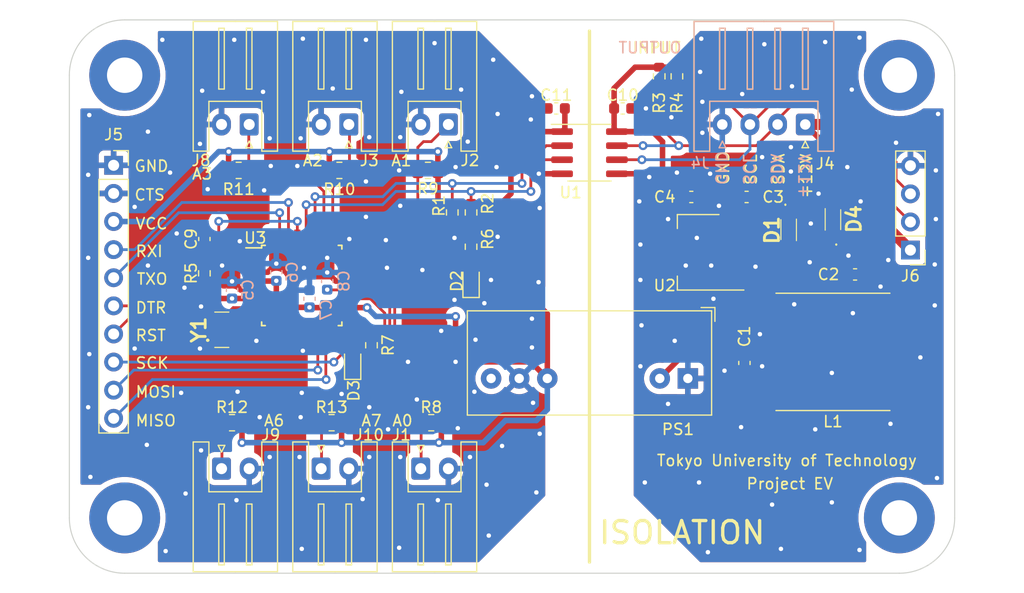
<source format=kicad_pcb>
(kicad_pcb (version 20221018) (generator pcbnew)
  (layers (0 "F.Cu" signal) (31 "B.Cu" signal) (34 "B.Paste" user) (35 "F.Paste" user) (36 "B.SilkS" user "B.Silkscreen") (37 "F.SilkS" user "F.Silkscreen") (38 "B.Mask" user) (39 "F.Mask" user) (44 "Edge.Cuts" user))
  (net 0 "")
  (net 1 "GNDD")
  (net 2 "+12V")
  (net 3 "+5VD")
  (net 4 "+5VA")
  (net 5 "GNDA")
  (net 6 "/AREF")
  (net 7 "/RESET")
  (net 8 "/DTR")
  (net 9 "Net-(D2-A)")
  (net 10 "Net-(D3-A)")
  (net 11 "/RXI")
  (net 12 "/TXO")
  (net 13 "/SCK")
  (net 14 "/MOSI")
  (net 15 "/MISO")
  (net 16 "/Sens1")
  (net 17 "/Sens2")
  (net 18 "/Sens3")
  (net 19 "/Sens4")
  (net 20 "/Sens5")
  (net 21 "/Sens6")
  (net 22 "/SDA2")
  (net 23 "/SCL2")
  (net 25 "/SDA1")
  (net 26 "/SCL1")
  (net 29 "/XTAL1")
  (net 30 "/XTAL2")
  (net 38 "/+Vin")
  (net 39 "/_+Vin")
  (footprint "SamacSys_Parts:CUHS20S40H3F" (layer "F.Cu") (at 165 88.95 -90)
    (fp_text reference "D1")
    (fp_text value "CUHS20S30" hide)
  )
  (footprint "LED_SMD:LED_0603_1608Metric" (layer "F.Cu") (at 125.6 101 90)
    (fp_text reference "D3")
    (fp_text value "LED_G")
  )
  (footprint "MountingHole:MountingHole_3.2mm_M3_Pad" (layer "F.Cu") (at 105 115)
    (fp_text reference "REF**" hide)
    (fp_text value "MountingHole_3.2mm_M3_Pad")
  )
  (footprint "Connector_JST:JST_XH_S4B-XH-A_1x04_P2.50mm_Horizontal" (layer "F.Cu") (at 166.5 79.45 180)
    (fp_text reference "J4")
    (fp_text value "Conn_01x04_Pin")
  )
  (footprint "Inductor_SMD:L_Taiyo-Yuden_NR-10050_9.8x10.0mm" (layer "F.Cu") (at 169 100)
    (fp_text reference "L1")
    (fp_text value "10u")
  )
  (footprint "Capacitor_SMD:C_0603_1608Metric" (layer "F.Cu") (at 161.2 86)
    (fp_text reference "C3")
    (fp_text value "0.1u")
  )
  (footprint "Resistor_SMD:R_0603_1608Metric" (layer "F.Cu") (at 112.2 92.9 90)
    (fp_text reference "R5")
    (fp_text value "10k")
  )
  (footprint "Capacitor_SMD:C_0603_1608Metric" (layer "F.Cu") (at 112.2 89.8 90)
    (fp_text reference "C9")
    (fp_text value "0.1u")
  )
  (footprint "Package_SO:SOIC-8_3.9x4.9mm_P1.27mm" (layer "F.Cu") (at 147 82)
    (fp_text reference "U1")
    (fp_text value "ADuM1250")
  )
  (footprint "SamacSys_Parts:CSTCE16M0V53R0" (layer "F.Cu") (at 113.75 98 -90)
    (fp_text reference "Y1")
    (fp_text value "CSTCE16M0V53-R0" hide)
  )
  (footprint "Connector_PinSocket_2.54mm:PinSocket_1x10_P2.54mm_Vertical" (layer "F.Cu") (at 104 83.14)
    (fp_text reference "J5")
    (fp_text value "Conn_01x10_Socket")
  )
  (footprint "Capacitor_SMD:C_0603_1608Metric" (layer "F.Cu") (at 144 78 180)
    (fp_text reference "C11")
    (fp_text value "0.1u")
  )
  (footprint "SamacSys_Parts:CUHS20S40H3F" (layer "F.Cu") (at 169 88.05 90)
    (fp_text reference "D4")
    (fp_text value "CUHS20S30" hide)
  )
  (footprint "MountingHole:MountingHole_3.2mm_M3_Pad" (layer "F.Cu") (at 175 75)
    (fp_text reference "REF**" hide)
    (fp_text value "MountingHole_3.2mm_M3_Pad")
  )
  (footprint "MountingHole:MountingHole_3.2mm_M3_Pad" (layer "F.Cu") (at 105 75)
    (fp_text reference "REF**" hide)
    (fp_text value "MountingHole_3.2mm_M3_Pad")
  )
  (footprint "Capacitor_SMD:C_0603_1608Metric" (layer "F.Cu") (at 150 78)
    (fp_text reference "C10")
    (fp_text value "0.1u")
  )
  (footprint "Resistor_SMD:R_0805_2012Metric" (layer "F.Cu") (at 115.3 83.6)
    (fp_text reference "R11")
    (fp_text value "10k")
  )
  (footprint "Resistor_SMD:R_0603_1608Metric" (layer "F.Cu") (at 136.3 90.5 -90)
    (fp_text reference "R6")
    (fp_text value "Opt")
  )
  (footprint "Resistor_SMD:R_0805_2012Metric" (layer "F.Cu") (at 124.4 83.6)
    (fp_text reference "R10")
    (fp_text value "10k")
  )
  (footprint "Resistor_SMD:R_0805_2012Metric" (layer "F.Cu") (at 114.7 106.4 180)
    (fp_text reference "R12")
    (fp_text value "10k")
  )
  (footprint "Connector_JST:JST_XH_S2B-XH-A_1x02_P2.50mm_Horizontal" (layer "F.Cu") (at 122.75 110.55)
    (fp_text reference "J10")
    (fp_text value "Conn_01x02_Pin")
  )
  (footprint "Resistor_SMD:R_0805_2012Metric" (layer "F.Cu") (at 132.4 83.6 180)
    (fp_text reference "R9")
    (fp_text value "10k")
  )
  (footprint "Connector_JST:JST_XH_S2B-XH-A_1x02_P2.50mm_Horizontal" (layer "F.Cu") (at 116.25 79.45 180)
    (fp_text reference "J8")
    (fp_text value "Conn_01x02_Pin")
  )
  (footprint "Capacitor_SMD:C_0603_1608Metric" (layer "F.Cu") (at 161 101 -90)
    (fp_text reference "C1")
    (fp_text value "10u")
  )
  (footprint "Capacitor_SMD:C_0603_1608Metric" (layer "F.Cu") (at 171 93)
    (fp_text reference "C2")
    (fp_text value "10u")
  )
  (footprint "Resistor_SMD:R_0603_1608Metric" (layer "F.Cu") (at 127.3 99.4 -90)
    (fp_text reference "R7")
    (fp_text value "Opt")
  )
  (footprint "Resistor_SMD:R_0603_1608Metric" (layer "F.Cu") (at 154.9 75.1 -90)
    (fp_text reference "R4")
    (fp_text value "3.3k")
  )
  (footprint "Resistor_SMD:R_0603_1608Metric" (layer "F.Cu") (at 153.3 75.1 -90)
    (fp_text reference "R3")
    (fp_text value "3.3k")
  )
  (footprint "MountingHole:MountingHole_3.2mm_M3_Pad" (layer "F.Cu") (at 175 115)
    (fp_text reference "REF**" hide)
    (fp_text value "MountingHole_3.2mm_M3_Pad")
  )
  (footprint "Capacitor_SMD:C_0603_1608Metric" (layer "F.Cu") (at 156.2 86)
    (fp_text reference "C4")
    (fp_text value "10u")
  )
  (footprint "Connector_JST:JST_XH_S2B-XH-A_1x02_P2.50mm_Horizontal" (layer "F.Cu") (at 131.75 110.55)
    (fp_text reference "J1")
    (fp_text value "Conn_01x02_Pin")
  )
  (footprint "Package_TO_SOT_SMD:SOT-223-3_TabPin2" (layer "F.Cu") (at 156.85 91 180)
    (fp_text reference "U2")
    (fp_text value "LD1117S50TR_SOT223")
  )
  (footprint "Package_QFP:TQFP-32_7x7mm_P0.8mm" (layer "F.Cu") (at 121 94)
    (fp_text reference "U3")
    (fp_text value "ATmega328P-A")
  )
  (footprint "Connector_JST:JST_XH_S2B-XH-A_1x02_P2.50mm_Horizontal" (layer "F.Cu") (at 125.25 79.45 180)
    (fp_text reference "J3")
    (fp_text value "Conn_01x02_Pin")
  )
  (footprint "Connector_PinHeader_2.54mm:PinHeader_1x04_P2.54mm_Vertical" (layer "F.Cu") (at 176 90.8 180)
    (fp_text reference "J6")
    (fp_text value "Conn_01x04_Pin")
  )
  (footprint "Resistor_SMD:R_0805_2012Metric" (layer "F.Cu") (at 123.7 106.4 180)
    (fp_text reference "R13")
    (fp_text value "10k")
  )
  (footprint "Connector_JST:JST_XH_S2B-XH-A_1x02_P2.50mm_Horizontal" (layer "F.Cu") (at 113.75 110.55)
    (fp_text reference "J9")
    (fp_text value "Conn_01x02_Pin")
  )
  (footprint "Resistor_SMD:R_0603_1608Metric" (layer "F.Cu") (at 134.6 87.4 90)
    (fp_text reference "R1")
    (fp_text value "3.3k")
  )
  (footprint "Connector_JST:JST_XH_S2B-XH-A_1x02_P2.50mm_Horizontal" (layer "F.Cu") (at 134.25 79.45 180)
    (fp_text reference "J2")
    (fp_text value "Conn_01x02_Pin")
  )
  (footprint "Converter_DCDC:Converter_DCDC_XP_POWER-ITXxxxxSA_THT" (layer "F.Cu") (at 155.89 102.4 -90)
    (fp_text reference "PS1")
    (fp_text value "ITX1205SA")
  )
  (footprint "LED_SMD:LED_0603_1608Metric" (layer "F.Cu") (at 136.3 93.6 90)
    (fp_text reference "D2")
    (fp_text value "LED_R")
  )
  (footprint "Resistor_SMD:R_0805_2012Metric" (layer "F.Cu") (at 132.7 106.4 180)
    (fp_text reference "R8")
    (fp_text value "10k")
  )
  (footprint "Resistor_SMD:R_0603_1608Metric" (layer "F.Cu") (at 136.3 87.4 90)
    (fp_text reference "R2")
    (fp_text value "3.3k")
  )
  (footprint "Capacitor_SMD:C_0603_1608Metric" (layer "B.Cu") (at 123.3 93.6 90)
    (fp_text reference "C8")
    (fp_text value "0.1u")
  )
  (footprint "Capacitor_SMD:C_0603_1608Metric" (layer "B.Cu") (at 121.7 95.2 90)
    (fp_text reference "C7")
    (fp_text value "0.1u")
  )
  (footprint "Capacitor_SMD:C_0603_1608Metric" (layer "B.Cu") (at 114.7 94.4 90)
    (fp_text reference "C5")
    (fp_text value "0.1u")
  )
  (footprint "MyFootprints:JST_XH_S4B-XH-A_1x04_P2.50mm_Horizontal_Silk" (layer "B.Cu") (at 159.012326 79.453004)
    (fp_text reference "J4")
    (fp_text value "JST_XH_S4B-XH-A_1x04_P2.50mm_Horizontal_Silk")
  )
  (footprint "Capacitor_SMD:C_0603_1608Metric" (layer "B.Cu") (at 118.7 92.8 90)
    (fp_text reference "C6")
    (fp_text value "0.1u")
  )
  (gr_line (start 147 71) (end 147 119) (stroke (width 0.3)) (layer "F.SilkS"))
  (gr_line (start 175 120) (end 105 120) (stroke (width 0.1)) (layer "Edge.Cuts"))
  (gr_arc (start 100 75) (mid 101.464466 71.464466) (end 105 70) (stroke (width 0.1)) (layer "Edge.Cuts"))
  (gr_line (start 105 70) (end 175 70) (stroke (width 0.1)) (layer "Edge.Cuts"))
  (gr_line (start 180 75) (end 180 115) (stroke (width 0.1)) (layer "Edge.Cuts"))
  (gr_arc (start 175 70) (mid 178.535534 71.464466) (end 180 75) (stroke (width 0.1)) (layer "Edge.Cuts"))
  (gr_arc (start 105 120) (mid 101.464466 118.535534) (end 100 115) (stroke (width 0.1)) (layer "Edge.Cuts"))
  (gr_line (start 100 115) (end 100 75) (stroke (width 0.1)) (layer "Edge.Cuts"))
  (gr_arc (start 180 115) (mid 178.535534 118.535534) (end 175 120) (stroke (width 0.1)) (layer "Edge.Cuts"))
  (gr_text "SCL" (at 160.8 85 -90) (layer "B.SilkS") (effects (font (size 1 1)) (justify left bottom mirror)))
  (gr_text "GND" (at 158.3 85 -90) (layer "B.SilkS") (effects (font (size 1 1)) (justify left bottom mirror)))
  (gr_text "SDA" (at 163.3 85 -90) (layer "B.SilkS") (effects (font (size 1 1)) (justify left bottom mirror)))
  (gr_text "OUTPUT" (at 155.4 73.1) (layer "B.SilkS") (effects (font (size 1 1)) (justify left bottom mirror)))
  (gr_text "+12V" (at 165.8 86.2 -90) (layer "B.SilkS") (effects (font (size 1 1)) (justify left bottom mirror)))
  (gr_text "MISO" (at 105.9 106.8) (layer "F.SilkS") (effects (font (size 1 1)) (justify left bottom)))
  (gr_text "VCC" (at 105.9 89) (layer "F.SilkS") (effects (font (size 1 1)) (justify left bottom)))
  (gr_text "SCK" (at 105.9 101.6) (layer "F.SilkS") (effects (font (size 1 1)) (justify left bottom)))
  (gr_text "ISOLATION" (at 147.7 117.5) (layer "F.SilkS") (effects (font (size 2 2) (thickness 0.3)) (justify left bottom)))
  (gr_text "RST" (at 105.9 99.1) (layer "F.SilkS") (effects (font (size 1 1)) (justify left bottom)))
  (gr_text "A1" (at 129 83.3) (layer "F.SilkS") (effects (font (size 1 1)) (justify left bottom)))
  (gr_text "A6" (at 117.5 106.8) (layer "F.SilkS") (effects (font (size 1 1)) (justify left bottom)))
  (gr_text "INPUT" (at 150.8 73.1) (layer "F.SilkS") (effects (font (size 1 1)) (justify left bottom)))
  (gr_text "SDA" (at 164.7 85 90) (layer "F.SilkS") (effects (font (size 1 1)) (justify left bottom)))
  (gr_text "GND" (at 105.8 83.8) (layer "F.SilkS") (effects (font (size 1 1)) (justify left bottom)))
  (gr_text "A0" (at 129.1 106.8) (layer "F.SilkS") (effects (font (size 1 1)) (justify left bottom)))
  (gr_text "SCL" (at 162.2 85 90) (layer "F.SilkS") (effects (font (size 1 1)) (justify left bottom)))
  (gr_text "A3" (at 111 84.5) (layer "F.SilkS") (effects (font (size 1 1)) (justify left bottom)))
  (gr_text "Tokyo University of Technology" (at 153 110.4) (layer "F.SilkS") (effects (font (size 1 1)) (justify left bottom)))
  (gr_text "RXI" (at 105.9 91.5) (layer "F.SilkS") (effects (font (size 1 1)) (justify left bottom)))
  (gr_text "TXO" (at 106 94) (layer "F.SilkS") (effects (font (size 1 1)) (justify left bottom)))
  (gr_text "MOSI" (at 105.9 104.2) (layer "F.SilkS") (effects (font (size 1 1)) (justify left bottom)))
  (gr_text "DTR" (at 105.9 96.6) (layer "F.SilkS") (effects (font (size 1 1)) (justify left bottom)))
  (gr_text "+12V" (at 167.2 86.2 90) (layer "F.SilkS") (effects (font (size 1 1)) (justify left bottom)))
  (gr_text "A7" (at 126.3 106.8) (layer "F.SilkS") (effects (font (size 1 1)) (justify left bottom)))
  (gr_text "Project EV" (at 161.1 112.5) (layer "F.SilkS") (effects (font (size 1 1)) (justify left bottom)))
  (gr_text "CTS" (at 105.8 86.4) (layer "F.SilkS") (effects (font (size 1 1)) (justify left bottom)))
  (gr_text "A2" (at 121 83.3) (layer "F.SilkS") (effects (font (size 1 1)) (justify left bottom)))
  (gr_text "GND" (at 159.7 85 90) (layer "F.SilkS") (effects (font (size 1 1)) (justify left bottom)))
  (segment (start 152.1 78) (end 150.775 78) (width 0.5) (layer "F.Cu") (net 1))
  (segment (start 149.475 83.905) (end 151.395 83.905) (width 0.5) (layer "F.Cu") (net 1))
  (segment (start 151.395 83.905) (end 151.4 83.9) (width 0.5) (layer "F.Cu") (net 1))
  (via (at 162.8 72.2) (size 0.8) (drill 0.4) (layers "F.Cu" "B.Cu") (net 1))
  (via (at 152.4 84.2) (size 0.8) (drill 0.4) (layers "F.Cu" "B.Cu") (net 1))
  (via (at 178.3 83.6) (size 0.8) (drill 0.4) (layers "F.Cu" "B.Cu") (net 1))
  (via (at 154.7 99) (size 0.8) (drill 0.4) (layers "F.Cu" "B.Cu") (net 1))
  (via (at 162.6 82.4) (size 0.8) (drill 0.4) (layers "F.Cu" "B.Cu") (net 1))
  (via (at 157.2 77.4) (size 0.8) (drill 0.4) (layers "F.Cu" "B.Cu") (net 1))
  (via (at 167.4 107) (size 0.8) (drill 0.4) (layers "F.Cu" "B.Cu") (net 1))
  (via (at 170.4 91.3) (size 0.8) (drill 0.4) (layers "F.Cu" "B.Cu") (net 1))
  (via (at 168.9 101.9) (size 0.8) (drill 0.4) (layers "F.Cu" "B.Cu") (net 1))
  (via (at 165.2 81.5) (size 0.8) (drill 0.4) (layers "F.Cu" "B.Cu") (net 1))
  (via (at 173.3 94.1) (size 0.8) (drill 0.4) (layers "F.Cu" "B.Cu") (net 1))
  (via (at 158.2 95.2) (size 0.8) (drill 0.4) (layers "F.Cu" "B.Cu") (net 1))
  (via (at 170.3 83.3) (size 0.8) (drill 0.4) (layers "F.Cu" "B.Cu") (net 1))
  (via (at 156.7 89.7) (size 0.8) (drill 0.4) (layers "F.Cu" "B.Cu") (net 1))
  (via (at 160.8 76.7) (size 0.8) (drill 0.4) (layers "F.Cu" "B.Cu") (net 1))
  (via (at 168.9 113.6) (size 0.8) (drill 0.4) (layers "F.Cu" "B.Cu") (net 1))
  (via (at 167 88.4) (size 0.8) (drill 0.4) (layers "F.Cu" "B.Cu") (net 1))
  (via (at 157.2 80.2) (size 0.8) (drill 0.4) (layers "F.Cu" "B.Cu") (net 1))
  (via (at 154.1 104.7) (size 0.8) (drill 0.4) (layers "F.Cu" "B.Cu") (net 1))
  (via (at 162.4 98.4) (size 0.8) (drill 0.4) (layers "F.Cu" "B.Cu") (net 1))
  (via (at 163.5 113.8) (size 0.8) (drill 0.4) (layers "F.Cu" "B.Cu") (net 1))
  (via (at 170.8 96.5) (size 0.8) (drill 0.4) (layers "F.Cu" "B.Cu") (net 1))
  (via (at 166.9 91.9) (size 0.8) (drill 0.4) (layers "F.Cu" "B.Cu") (net 1))
  (via (at 178.5 78.5) (size 0.8) (drill 0.4) (layers "F.Cu" "B.Cu") (net 1))
  (via (at 157.9 83.9) (size 0.8) (drill 0.4) (layers "F.Cu" "B.Cu") (net 1))
  (via (at 154.9 83.8) (size 0.8) (drill 0.4) (layers "F.Cu" "B.Cu") (net 1))
  (via (at 159.2 101.7) (size 0.8) (drill 0.4) (layers "F.Cu" "B.Cu") (net 1))
  (via (at 165.5 95.7) (size 0.8) (drill 0.4) (layers "F.Cu" "B.Cu") (net 1))
  (via (at 162.6 101.3) (size 0.8) (drill 0.4) (layers "F.Cu" "B.Cu") (net 1))
  (via (at 171.4 117.9) (size 0.8) (drill 0.4) (layers "F.Cu" "B.Cu") (net 1))
  (via (at 151.6 101.3) (size 0.8) (drill 0.4) (layers "F.Cu" "B.Cu") (net 1))
  (via (at 174 91.7) (size 0.8) (drill 0.4) (layers "F.Cu" "B.Cu") (net 1))
  (via (at 154.4 78.8) (size 0.8) (drill 0.4) (layers "F.Cu" "B.Cu") (net 1))
  (via (at 178.3 88) (size 0.8) (drill 0.4) (layers "F.Cu" "B.Cu") (net 1))
  (via (at 151.6 90.3) (size 0.8) (drill 0.4) (layers "F.Cu" "B.Cu") (net 1))
  (via (at 165.2 83.7) (size 0.8) (drill 0.4) (layers "F.Cu" "B.Cu") (net 1))
  (via (at 157.1 71.7) (size 0.8) (drill 0.4) (layers "F.Cu" "B.Cu") (net 1))
  (via (at 164.3 117.8) (size 0.8) (drill 0.4) (layers "F.Cu" "B.Cu") (net 1))
  (via (at 152 111.8) (size 0.8) (drill 0.4) (layers "F.Cu" "B.Cu") (net 1))
  (via (at 162 92.3) (size 0.8) (drill 0.4) (layers "F.Cu" "B.Cu") (net 1))
  (via (at 167.7 85.7) (size 0.8) (drill 0.4) (layers "F.Cu" "B.Cu") (net 1))
  (via (at 171.4 71.6) (size 0.8) (drill 0.4) (layers "F.Cu" "B.Cu") (net 1))
  (via (at 155.7 92.2) (size 0.8) (drill 0.4) (layers "F.Cu" "B.Cu") (net 1))
  (via (at 158.7 86.8) (size 0.8) (drill 0.4) (layers "F.Cu" "B.Cu") (net 1))
  (via (at 156.9 111.8) (size 0.8) (drill 0.4) (layers "F.Cu" "B.Cu") (net 1))
  (via (at 157.7 118.1) (size 0.8) (drill 0.4) (layers "F.Cu" "B.Cu") (net 1))
  (via (at 151.7 97.6) (size 0.8) (drill 0.4) (layers "F.Cu" "B.Cu") (net 1))
  (via (at 151.5 86.4) (size 0.8) (drill 0.4) (layers "F.Cu" "B.Cu") (net 1))
  (via (at 157 74.7) (size 0.8) (drill 0.4) (layers "F.Cu" "B.Cu") (net 1))
  (via (at 178.4 111.4) (size 0.8) (drill 0.4) (layers "F.Cu" "B.Cu") (net 1))
  (via (at 160.7 106.8) (size 0.8) (drill 0.4) (layers "F.Cu" "B.Cu") (net 1))
  (via (at 168.3 72) (size 0.8) (drill 0.4) (layers "F.Cu" "B.Cu") (net 1))
  (via (at 170.7 76.3) (size 0.8) (drill 0.4) (layers "F.Cu" "B.Cu") (net 1))
  (via (at 174.7 81.1) (size 0.8) (drill 0.4) (layers "F.Cu" "B.Cu") (net 1))
  (via (at 152.1 78) (size 0.8) (drill 0.4) (layers "F.Cu" "B.Cu") (net 1))
  (via (at 158 92.2) (size 0.8) (drill 0.4) (layers "F.Cu" "B.Cu") (net 1))
  (via (at 176.9 100.5) (size 0.8) (drill 0.4) (layers "F.Cu" "B.Cu") (net 1))
  (via (at 154.1 88) (size 0.8) (drill 0.4) (layers "F.Cu" "B.Cu") (net 1))
  (via (at 171.5 86.4) (size 0.8) (drill 0.4) (layers "F.Cu" "B.Cu") (net 1))
  (via (at 178.2 95.8) (size 0.8) (drill 0.4) (layers "F.Cu" "B.Cu") (net 1))
  (via (at 178.2 92.1) (size 0.8) (drill 0.4) (layers "F.Cu" "B.Cu") (net 1))
  (via (at 165.3 76) (size 0.8) (drill 0.4) (layers "F.Cu" "B.Cu") (net 1))
  (via (at 174.2 106.5) (size 0.8) (drill 0.4) (layers "F.Cu" "B.Cu") (net 1))
  (via (at 151.6 93.5) (size 0.8) (drill 0.4) (layers "F.Cu" "B.Cu") (net 1))
  (segment (start 173 87.8) (end 176 90.8) (width 1) (layer "F.Cu") (net 2))
  (segment (start 160.425 88.275) (end 160 88.7) (width 0.5) (layer "F.Cu") (net 2))
  (segment (start 165 88) (end 165.9 87.1) (width 0.5) (layer "F.Cu") (net 2))
  (segment (start 168.95 79.45) (end 173 83.5) (width 1) (layer "F.Cu") (net 2))
  (segment (start 160.425 86) (end 160.425 88.275) (width 0.5) (layer "F.Cu") (net 2))
  (segment (start 160 88.7) (end 164.3 88.7) (width 0.5) (layer "F.Cu") (net 2))
  (segment (start 166.5 79.45) (end 169 81.95) (width 0.5) (layer "F.Cu") (net 2))
  (segment (start 169 81.95) (end 169 87.1) (width 0.5) (layer "F.Cu") (net 2))
  (segment (start 165.9 87.1) (end 169 87.1) (width 0.5) (layer "F.Cu") (net 2))
  (segment (start 173 83.5) (end 173 87.8) (width 1) (layer "F.Cu") (net 2))
  (segment (start 164.3 88.7) (end 165 88) (width 0.5) (layer "F.Cu") (net 2))
  (segment (start 166.5 79.45) (end 168.95 79.45) (width 1) (layer "F.Cu") (net 2))
  (segment (start 160 91) (end 163.9 91) (width 0.5) (layer "F.Cu") (net 3))
  (segment (start 149.225 78) (end 149.225 79.845) (width 0.5) (layer "F.Cu") (net 3))
  (segment (start 153.6 84.9) (end 153.6 81) (width 0.5) (layer "F.Cu") (net 3))
  (segment (start 163.9 91) (end 165 89.9) (width 0.5) (layer "F.Cu") (net 3))
  (segment (start 153.6 81) (end 152.695 80.095) (width 0.5) (layer "F.Cu") (net 3))
  (segment (start 160 91) (end 153.7 91) (width 0.5) (layer "F.Cu") (net 3))
  (segment (start 155.425 89.275) (end 153.7 91) (width 0.5) (layer "F.Cu") (net 3))
  (segment (start 152.695 80.095) (end 149.475 80.095) (width 0.5) (layer "F.Cu") (net 3))
  (segment (start 151.125 74.275) (end 153.3 74.275) (width 0.5) (layer "F.Cu") (net 3))
  (segment (start 153.3 74.275) (end 154.9 74.275) (width 0.5) (layer "F.Cu") (net 3))
  (segment (start 154.7 86) (end 153.6 84.9) (width 0.5) (layer "F.Cu") (net 3))
  (segment (start 155.425 86) (end 155.425 89.275) (width 0.5) (layer "F.Cu") (net 3))
  (segment (start 149.225 79.845) (end 149.475 80.095) (width 0.5) (layer "F.Cu") (net 3))
  (segment (start 155.425 86) (end 154.7 86) (width 0.5) (layer "F.Cu") (net 3))
  (segment (start 149.225 78) (end 149.225 76.175) (width 0.5) (layer "F.Cu") (net 3))
  (segment (start 149.225 76.175) (end 151.125 74.275) (width 0.5) (layer "F.Cu") (net 3))
  (segment (start 125.25 96) (end 126.9 96) (width 0.5) (layer "F.Cu") (net 4))
  (segment (start 144.775 79.845) (end 144.525 80.095) (width 0.5) (layer "F.Cu") (net 4))
  (segment (start 144.775 78) (end 144.775 79.845) (width 0.5) (layer "F.Cu") (net 4))
  (segment (start 143.19 102.4) (end 143.19 96.565) (width 0.5) (layer "F.Cu") (net 4))
  (segment (start 118.7 95.2) (end 116.75 95.2) (width 0.5) (layer "F.Cu") (net 4))
  (segment (start 142.505 80.095) (end 144.525 80.095) (width 0.5) (layer "F.Cu") (net 4))
  (segment (start 118.7 93.575) (end 118.7 95.2) (width 0.5) (layer "F.Cu") (net 4))
  (segment (start 114.3875 83.6) (end 114.3875 81.9125) (width 0.5) (layer "F.Cu") (net 4))
  (segment (start 119.475 95.975) (end 118.7 95.2) (width 0.5) (layer "F.Cu") (net 4))
  (segment (start 134.6 88.225) (end 134.027082 88.225) (width 0.5) (layer "F.Cu") (net 4))
  (segment (start 115.6 108.2) (end 115.6 106.4125) (width 0.5) (layer "F.Cu") (net 4))
  (segment (start 118.675 93.6) (end 118.7 93.575) (width 0.5) (layer "F.Cu") (net 4))
  (segment (start 115.6 106.4125) (end 115.6125 106.4) (width 0.5) (layer "F.Cu") (net 4))
  (segment (start 116.75 93.6) (end 118.675 93.6) (width 0.5) (layer "F.Cu") (net 4))
  (segment (start 133.3125 87.510418) (end 133.3125 83.6) (width 0.5) (layer "F.Cu") (net 4))
  (segment (start 134.9 99.1) (end 136.7 100.9) (width 0.5) (layer "F.Cu") (net 4))
  (segment (start 119.475 95.975) (end 121.7 95.975) (width 0.5) (layer "F.Cu") (net 4))
  (segment (start 139.9 85.7) (end 139.9 82.7) (width 0.5) (layer "F.Cu") (net 4))
  (segment (start 136.3 88.225) (end 134.6 88.225) (width 0.5) (layer "F.Cu") (net 4))
  (segment (start 113.65 95.175) (end 112.2 93.725) (width 0.5) (layer "F.Cu") (net 4))
  (segment (start 116.725 95.175) (end 116.75 95.2) (width 0.5) (layer "F.Cu") (net 4))
  (segment (start 136.7 100.9) (end 141.69 100.9) (width 0.5) (layer "F.Cu") (net 4))
  (segment (start 114.3875 81.9125) (end 114.4 81.9) (width 0.5) (layer "F.Cu") (net 4))
  (segment (start 139.9 82.7) (end 142.505 80.095) (width 0.5) (layer "F.Cu") (net 4))
  (segment (start 125.25 96) (end 121.725 96) (width 0.5) (layer "F.Cu") (net 4))
  (segment (start 123.4875 81.9125) (end 123.5 81.9) (width 0.5) (layer "F.Cu") (net 4))
  (segment (start 143.19 96.565) (end 136.3 89.675) (width 0.5) (layer "F.Cu") (net 4))
  (segment (start 133.6125 107.9875) (end 133.4 108.2) (width 0.5) (layer "F.Cu") (net 4))
  (segment (start 133.3 83.5875) (end 133.3125 83.6) (width 0.5) (layer "F.Cu") (net 4))
  (segment (start 137.375 88.225) (end 139.9 85.7) (width 0.5) (layer "F.Cu") (net 4))
  (segment (start 114.7 95.175) (end 116.725 95.175) (width 0.5) (layer "F.Cu") (net 4))
  (segment (start 124.6 106.4125) (end 124.6125 106.4) (width 0.5) (layer "F.Cu") (net 4))
  (segment (start 134.027082 88.225) (end 133.3125 87.510418) (width 0.5) (layer "F.Cu") (net 4))
  (segment (start 141.69 100.9) (end 143.19 102.4) (width 0.5) (layer "F.Cu") (net 4))
  (segment (start 123.4875 83.6) (end 123.4875 81.9125) (width 0.5) (layer "F.Cu") (net 4))
  (segment (start 133.3 81.9) (end 133.3 83.5875) (width 0.5) (layer "F.Cu") (net 4))
  (segment (start 114.7 95.175) (end 113.65 95.175) (width 0.5) (layer "F.Cu") (net 4))
  (segment (start 121.725 96) (end 121.7 95.975) (width 0.5) (layer "F.Cu") (net 4))
  (segment (start 124.6 108.2) (end 124.6 106.4125) (width 0.5) (layer "F.Cu") (net 4))
  (segment (start 133.6125 106.4) (end 133.6125 107.9875) (width 0.5) (layer "F.Cu") (net 4))
  (segment (start 136.3 88.225) (end 137.375 88.225) (width 0.5) (layer "F.Cu") (net 4))
  (segment (start 134.9 96.8) (end 134.9 99.1) (width 0.5) (layer "F.Cu") (net 4))
  (segment (start 136.3 89.675) (end 136.3 88.225) (width 0.5) (layer "F.Cu") (net 4))
  (via (at 115.6 108.2) (size 0.8) (drill 0.4) (layers "F.Cu" "B.Cu") (net 4))
  (via (at 123.5 81.9) (size 0.8) (drill 0.4) (layers "F.Cu" "B.Cu") (net 4))
  (via (at 114.4 81.9) (size 0.8) (drill 0.4) (layers "F.Cu" "B.Cu") (net 4))
  (via (at 118.7 93.575) (size 0.8) (drill 0.4) (layers "F.Cu" "B.Cu") (net 4))
  (via (at 133.3 81.9) (size 0.8) (drill 0.4) (layers "F.Cu" "B.Cu") (net 4))
  (via (at 126.9 96) (size 0.8) (drill 0.4) (layers "F.Cu" "B.Cu") (net 4))
  (via (at 134.9 96.8) (size 0.8) (drill 0.4) (layers "F.Cu" "B.Cu") (net 4))
  (via (at 124.6 108.2) (size 0.8) (drill 0.4) (layers "F.Cu" "B.Cu") (net 4))
  (via (at 133.4 108.2) (size 0.8) (drill 0.4) (layers "F.Cu" "B.Cu") (net 4))
  (via (at 114.7 95.175) (size 0.8) (drill 0.4) (layers "F.Cu" "B.Cu") (net 4))
  (via (at 121.7 95.975) (size 0.8) (drill 0.4) (layers "F.Cu" "B.Cu") (net 4))
  (segment (start 114.6 81.9) (end 123.5 81.9) (width 0.5) (layer "B.Cu") (net 4))
  (segment (start 143.19 102.4) (end 143.19 105.21) (width 0.5) (layer "B.Cu") (net 4))
  (segment (start 137.4 108.2) (end 133.4 108.2) (width 0.5) (layer "B.Cu") (net 4))
  (segment (start 126.9 96) (end 127.7 96.8) (width 0.5) (layer "B.Cu") (net 4))
  (segment (start 127.7 96.8) (end 134.9 96.8) (width 0.5) (layer "B.Cu") (net 4))
  (segment (start 133.3 81.9) (end 123.6 81.9) (width 0.5) (layer "B.Cu") (net 4))
  (segment (start 123.6 81.9) (end 123.5 81.9) (width 0.5) (layer "B.Cu") (net 4))
  (segment (start 114.4 81.9) (end 113.5 81.9) (width 0.5) (layer "B.Cu") (net 4))
  (segment (start 139.4 106.2) (end 137.4 108.2) (width 0.5) (layer "B.Cu") (net 4))
  (segment (start 114.6 81.9) (end 114.4 81.9) (width 0.5) (layer "B.Cu") (net 4))
  (segment (start 143.19 105.21) (end 142.2 106.2) (width 0.5) (layer "B.Cu") (net 4))
  (segment (start 124.6 108.2) (end 115.6 108.2) (width 0.5) (layer "B.Cu") (net 4))
  (segment (start 113.5 81.9) (end 107.18 88.22) (width 0.5) (layer "B.Cu") (net 4))
  (segment (start 142.2 106.2) (end 139.4 106.2) (width 0.5) (layer "B.Cu") (net 4))
  (segment (start 133.4 108.2) (end 124.6 108.2) (width 0.5) (layer "B.Cu") (net 4))
  (segment (start 107.18 88.22) (end 104 88.22) (width 0.5) (layer "B.Cu") (net 4))
  (segment (start 116.75 94.4) (end 115.475 94.4) (width 0.5) (layer "F.Cu") (net 5))
  (segment (start 125.6 102.8) (end 124.6 103.8) (width 0.5) (layer "F.Cu") (net 5))
  (segment (start 116.75 92.8) (end 117.925 92.8) (width 0.5) (layer "F.Cu") (net 5))
  (segment (start 125.6 101.7875) (end 125.6 102.8) (width 0.5) (layer "F.Cu") (net 5))
  (segment (start 125.25 93.6) (end 124.075 93.6) (width 0.5) (layer "F.Cu") (net 5))
  (segment (start 142.4245 83.9) (end 142.4295 83.905) (width 0.5) (layer "F.Cu") (net 5))
  (segment (start 124.075 93.6) (end 123.3 92.825) (width 0.5) (layer "F.Cu") (net 5))
  (segment (start 142.4295 83.905) (end 144.525 83.905) (width 0.5) (layer "F.Cu") (net 5))
  (segment (start 117.925 92.8) (end 118.7 92.025) (width 0.5) (layer "F.Cu") (net 5))
  (segment (start 115.475 94.4) (end 114.7 93.625) (width 0.5) (layer "F.Cu") (net 5))
  (via (at 126.8 87.8) (size 0.8) (drill 0.4) (layers "F.Cu" "B.Cu") (net 5))
  (via (at 123.8 76.2) (size 0.8) (drill 0.4) (layers "F.Cu" "B.Cu") (net 5))
  (via (at 109.1 83.8) (size 0.8) (drill 0.4) (layers "F.Cu" "B.Cu") (net 5))
  (via (at 101.7 84) (size 0.8) (drill 0.4) (layers "F.Cu" "B.Cu") (net 5))
  (via (at 134.8 89.7) (size 0.8) (drill 0.4) (layers "F.Cu" "B.Cu") (net 5))
  (via (at 121.1 71.7) (size 0.8) (drill 0.4) (layers "F.Cu" "B.Cu") (net 5))
  (via (at 135.4 76.3) (size 0.8) (drill 0.4) (layers "F.Cu" "B.Cu") (net 5))
  (via (at 117.5 76.5) (size 0.8) (drill 0.4) (layers "F.Cu" "B.Cu") (net 5))
  (via (at 111.8 81.2) (size 0.8) (drill 0.4) (layers "F.Cu" "B.Cu") (net 5))
  (via (at 101.7 105) (size 0.8) (drill 0.4) (layers "F.Cu" "B.Cu") (net 5))
  (via (at 142.4 93.7) (size 0.8) (drill 0.4) (layers "F.Cu" "B.Cu") (net 5))
  (via (at 115.2 103.6) (size 0.8) (drill 0.4) (layers "F.Cu" "B.Cu") (net 5))
  (via (at 141.8 97) (size 0.8) (drill 0.4) (layers "F.Cu" "B.Cu") (net 5))
  (via (at 112.5 85.3) (size 0.8) (drill 0.4) (layers "F.Cu" "B.Cu") (net 5))
  (via (at 142.2 112.7) (size 0.8) (drill 0.4) (layers "F.Cu" "B.Cu") (net 5))
  (via (at 137.7 112) (size 0.8) (drill 0.4) (layers "F.Cu" "B.Cu") (net 5))
  (via (at 120.6 83.2) (size 0.8) (drill 0.4) (layers "F.Cu" "B.Cu") (net 5))
  (via (at 133.6 98.1) (size 0.8) (drill 0.4) (layers "F.Cu" "B.Cu") (net 5))
  (via (at 107 108.4) (size 0.8) (drill 0.4) (layers "F.Cu" "B.Cu") (net 5))
  (via (at 118.2 83.2) (size 0.8) (drill 0.4) (layers "F.Cu" "B.Cu") (net 5))
  (via (at 118.1 80.7) (size 0.8) (drill 0.4) (layers "F.Cu" "B.Cu") (net 5))
  (via (at 101.8 100.2) (size 0.8) (drill 0.4) (layers "F.Cu" "B.Cu") (net 5))
  (via (at 134.9 83.3) (size 0.8) (drill 0.4) (layers "F.Cu" "B.Cu") (net 5))
  (via (at 130.6 100.9) (size 0.8) (drill 0.4) (layers "F.Cu" "B.Cu") (net 5))
  (via (at 142.5 87) (size 0.8) (drill 0.4) (layers "F.Cu" "B.Cu") (net 5))
  (via (at 130 76.5) (size 0.8) (drill 0.4) (layers "F.Cu" "B.Cu") (net 5))
  (via (at 114.9 71.8) (size 0.8) (drill 0.4) (layers "F.Cu" "B.Cu") (net 5))
  (via (at 136 81) (size 0.8) (drill 0.4) (layers "F.Cu" "B.Cu") (net 5))
  (via (at 129.8 117.7) (size 0.8) (drill 0.4) (layers "F.Cu" "B.Cu") (net 5))
  (via (at 136.7 98.9) (size 0.8) (drill 0.4) (layers "F.Cu" "B.Cu") (net 5))
  (via (at 133.3 113.4) (size 0.8) (drill 0.4) (layers "F.Cu" "B.Cu") (net 5))
  (via (at 125.3 89.8) (size 0.8) (drill 0.4) (layers "F.Cu" "B.Cu") (net 5))
  (via (at 120.9 105.9) (size 0.8) (drill 0.4) (layers "F.Cu" "B.Cu") (net 5))
  (via (at 134.8 95.3) (size 0.8) (drill 0.4) (layers "F.Cu" "B.Cu") (net 5))
  (via (at 111.9 108.9) (size 0.8) (drill 0.4) (layers "F.Cu" "B.Cu") (net 5))
  (via (at 142.4245 83.9) (size 0.8) (drill 0.4) (layers "F.Cu" "B.Cu") (net 5))
  (via (at 123.3 91.5) (size 0.8) (drill 0.4) (layers "F.Cu" "B.Cu") (net 5))
  (via (at 135.1 106.9) (size 0.8) (drill 0.4) (layers "F.Cu" "B.Cu") (net 5))
  (via (at 115.4 90) (size 0.8) (drill 0.4) (layers "F.Cu" "B.Cu") (net 5))
  (via (at 141.8 76.9) (size 0.8) (drill 0.4) (layers "F.Cu" "B.Cu") (net 5))
  (via (at 123.3 92.825) (size 0.8) (drill 0.4) (layers "F.Cu" "B.Cu") (net 5))
  (via (at 126.8 71.8) (size 0.8) (drill 0.4) (layers "F.Cu" "B.Cu") (net 5))
  (via (at 137.5 95.6) (size 0.8) (drill 0.4) (layers "F.Cu" "B.Cu") (net 5))
  (via (at 101.9 111.3) (size 0.8) (drill 0.4) (layers "F.Cu" "B.Cu") (net 5))
  (via (at 118.7 92.025) (size 0.8) (drill 0.4) (layers "F.Cu" "B.Cu") (net 5))
  (via (at 115.1 113.4) (size 0.8) (drill 0.4) (layers "F.Cu" "B.Cu") (net 5))
  (via (at 134.9 100.9) (size 0.8) (drill 0.4) (layers "F.Cu" "B.Cu") (net 5))
  (via (at 114.7 93.625) (size 0.8) (drill 0.4) (layers "F.Cu" "B.Cu") (net 5))
  (via (at 111.9 95.9) (size 0.8) (drill 0.4) (layers "F.Cu" "B.Cu") (net 5))
  (via (at 121 117.8) (size 0.8) (drill 0.4) (layers "F.Cu" "B.Cu") (net 5))
  (via (at 109.7 89.3) (size 0.8) (drill 0.4) (layers "F.Cu" "B.Cu") (net 5))
  (via (at 128.8 107) (size 0.8) (drill 0.4) (layers "F.Cu" "B.Cu") (net 5))
  (via (at 121.1 99.9) (size 0.8) (drill 0.4) (layers "F.Cu" "B.Cu") (net 5))
  (via (at 124.6 103.8) (size 0.8) (drill 0.4) (layers "F.Cu" "B.Cu") (net 5))
  (via (at 138.7 78.5) (size 0.8) (drill 0.4) (layers "F.Cu" "B.Cu") (net 5))
  (via (at 128.6 89.9) (size 0.8) (drill 0.4) (layers "F.Cu" "B.Cu") (net 5))
  (via (at 101.8 78.6) (size 0.8) (drill 0.4) (layers "F.Cu" "B.Cu") (net 5))
  (via (at 138.3 73.6) (size 0.8) (drill 0.4) (layers "F.Cu" "B.Cu") (net 5))
  (via (at 121 103.7) (size 0.8) (drill 0.4) (layers "F.Cu" "B.Cu") (net 5))
  (via (at 108.7 118) (size 0.8) (drill 0.4) (layers "F.Cu" "B.Cu") (net 5))
  (via (at 141.8 99.6) (size 0.8) (drill 0.4) (layers "F.Cu" "B.Cu") (net 5))
  (via (at 141.7 79) (size 0.8) (drill 0.4) (layers "F.Cu" "B.Cu") (net 5))
  (via (at 111.8 99.7) (size 0.8) (drill 0.4) (layers "F.Cu" "B.Cu") (net 5))
  (via (at 138.6 83.3) (size 0.8) (drill 0.4) (layers "F.Cu" "B.Cu") (net 5))
  (via (at 136.6 103.6) (size 0.8) (drill 0.4) (layers "F.Cu" "B.Cu") (net 5))
  (via (at 137.9 116.6) (size 0.8) (drill 0.4) (layers "F.Cu" "B.Cu") (net 5))
  (via (at 129.9 86.8) (size 0.8) (drill 0.4) (layers "F.Cu" "B.Cu") (net 5))
  (via (at 121.2 92.4) (size 0.8) (drill 0.4) (layers "F.Cu" "B.Cu") (net 5))
  (via (at 107.1 80.1) (size 0.8) (drill 0.4) (layers "F.Cu" "B.Cu") (net 5))
  (via (at 131.4 104.3) (size 0.8) (drill 0.4) (layers "F.Cu" "B.Cu") (net 5))
  (via (at 126.5 113.3) (size 0.8) (drill 0.4) (layers "F.Cu" "B.Cu") (net 5))
  (via (at 128.7 92.4) (size 0.8) (drill 0.4) (layers "F.Cu" "B.Cu") (net 5))
  (via (at 127.1 109.5) (size 0.8) (drill 0.4) (layers "F.Cu" "B.Cu") (net 5))
  (via (at 107.1 92.2) (size 0.8) (drill 0.4) (layers "F.Cu" "B.Cu") (net 5))
  (via (at 112 76.4) (size 0.8) (drill 0.4) (layers "F.Cu" "B.Cu") (net 5))
  (via (at 142.5 107.4) (size 0.8) (drill 0.4) (layers "F.Cu" "B.Cu") (net 5))
  (via (at 116.9 99) (size 0.8) (drill 0.4) (layers "F.Cu" "B.Cu") (net 5))
  (via (at 129.9 109.5) (size 0.8) (drill 0.4) (layers "F.Cu" "B.Cu") (net 5))
  (via (at 133 72.1) (size 0.8) (drill 0.4) (layers "F.Cu" "B.Cu") (net 5))
  (via (at 105.9 86.9) (size 0.8) (drill 0.4) (layers "F.Cu" "B.Cu") (net 5))
  (via (at 108.4 71.8) (size 0.8) (drill 0.4) (layers "F.Cu" "B.Cu") (net 5))
  (via (at 117.2 105.9) (size 0.8) (drill 0.4) (layers "F.Cu" "B.Cu") (net 5))
  (via (at 105.9 99.7) (size 0.8) (drill 0.4) (layers "F.Cu" "B.Cu") (net 5))
  (via (at 120.9 80.7) (size 0.8) (drill 0.4) (layers "F.Cu" "B.Cu") (net 5))
  (via (at 117.6 85.4) (size 0.8) (drill 0.4) (layers "F.Cu" "B.Cu") (net 5))
  (via (at 127.1 105) (size 0.8) (drill 0.4) (layers "F.Cu" "B.Cu") (net 5))
  (via (at 141.9 104.6) (size 0.8) (drill 0.4) (layers "F.Cu" "B.Cu") (net 5))
  (via (at 113.8 92.2) (size 0.8) (drill 0.4) (layers "F.Cu" "B.Cu") (net 5))
  (via (at 131.9 92.6) (size 0.8) (drill 0.4) (layers "F.Cu" "B.Cu") (net 5))
  (via (at 126.8 84.6) (size 0.8) (drill 0.4) (layers "F.Cu" "B.Cu") (net 5))
  (via (at 110.4 94.2) (size 0.8) (drill 0.4) (layers "F.Cu" "B.Cu") (net 5))
  (via (at 110.1 103.7) (size 0.8) (drill 0.4) (layers "F.Cu" "B.Cu") (net 5))
  (via (at 127.1 80.6) (size 0.8) (drill 0.4) (layers "F.Cu" "B.Cu") (net 5))
  (via (at 101.7 91.5) (size 0.8) (drill 0.4) (layers "F.Cu" "B.Cu") (net 5))
  (via (at 129.9 80.6) (size 0.8) (drill 0.4) (layers "F.Cu" "B.Cu") (net 5))
  (via (at 138.1 93.5) (size 0.8) (drill 0.4) (layers "F.Cu" "B.Cu") (net 5))
  (via (at 120.8 109.5) (size 0.8) (drill 0.4) (layers "F.Cu" "B.Cu") (net 5))
  (via (at 118.1 109.5) (size 0.8) (drill 0.4) (layers "F.Cu" "B.Cu") (net 5))
  (via (at 138.7 89.6) (size 0.8) (drill 0.4) (layers "F.Cu" "B.Cu") (net 5))
  (via (at 110.5 112.8) (size 0.8) (drill 0.4) (layers "F.Cu" "B.Cu") (net 5))
  (via (at 129.8 83.6) (size 0.8) (drill 0.4) (layers "F.Cu" "B.Cu") (net 5))
  (via (at 136.2 109.5) (size 0.8) (drill 0.4) (layers "F.Cu" "B.Cu") (net 5))
  (via (at 139.1 108.5) (size 0.8) (drill 0.4) (layers "F.Cu" "B.Cu") (net 5))
  (segment (start 123.325 94.4) (end 123.3 94.375) (width 0.25) (layer "F.Cu") (net 6))
  (segment (start 125.25 94.4) (end 123.325 94.4) (width 0.25) (layer "F.Cu") (net 6))
  (via (at 123.3 94.375) (size 0.8) (drill 0.4) (layers "F.Cu" "B.Cu") (net 6))
  (segment (start 110.305 92.075) (end 104 98.38) (width 0.25) (layer "F.Cu") (net 7))
  (segment (start 113.5 89.275) (end 112.2 90.575) (width 0.25) (layer "F.Cu") (net 7))
  (segment (start 120.6 88.2) (end 120.6 89.75) (width 0.25) (layer "F.Cu") (net 7))
  (segment (start 112.2 92.075) (end 112.2 90.575) (width 0.25) (layer "F.Cu") (net 7))
  (segment (start 113.5 88.2) (end 113.5 89.275) (width 0.25) (layer "F.Cu") (net 7))
  (segment (start 112.2 92.075) (end 110.305 92.075) (width 0.25) (layer "F.Cu") (net 7))
  (via (at 120.6 88.2) (size 0.8) (drill 0.4) (layers "F.Cu" "B.Cu") (net 7))
  (via (at 113.5 88.2) (size 0.8) (drill 0.4) (layers "F.Cu" "B.Cu") (net 7))
  (segment (start 113.5 88.2) (end 120.6 88.2) (width 0.25) (layer "B.Cu") (net 7))
  (segment (start 112.2 89.025) (end 105.385 95.84) (width 0.25) (layer "F.Cu") (net 8))
  (segment (start 105.385 95.84) (end 104 95.84) (width 0.25) (layer "F.Cu") (net 8))
  (segment (start 136.3 91.325) (end 136.3 92.8125) (width 0.25) (layer "F.Cu") (net 9))
  (segment (start 127.3 100.225) (end 125.6125 100.225) (width 0.25) (layer "F.Cu") (net 10))
  (segment (start 125.6125 100.225) (end 125.6 100.2125) (width 0.25) (layer "F.Cu") (net 10))
  (segment (start 119.8 86.5) (end 119.8 89.75) (width 0.25) (layer "F.Cu") (net 11))
  (via (at 119.8 86.5) (size 0.8) (drill 0.4) (layers "F.Cu" "B.Cu") (net 11))
  (segment (start 110.163604 86.5) (end 105.903604 90.76) (width 0.25) (layer "B.Cu") (net 11))
  (segment (start 105.903604 90.76) (end 104 90.76) (width 0.25) (layer "B.Cu") (net 11))
  (segment (start 119.8 86.5) (end 110.163604 86.5) (width 0.25) (layer "B.Cu") (net 11))
  (segment (start 119 89.75) (end 119 87.4245) (width 0.25) (layer "F.Cu") (net 12))
  (via (at 119 87.4245) (size 0.8) (drill 0.4) (layers "F.Cu" "B.Cu") (net 12))
  (segment (start 119 87.4245) (end 109.8755 87.4245) (width 0.25) (layer "B.Cu") (net 12))
  (segment (start 109.8755 87.4245) (end 104 93.3) (width 0.25) (layer "B.Cu") (net 12))
  (segment (start 124.6 100.22) (end 124.6 97.45) (width 0.25) (layer "F.Cu") (net 13))
  (segment (start 124.6 97.45) (end 125.25 96.8) (width 0.25) (layer "F.Cu") (net 13))
  (segment (start 125.525 96.8) (end 127.3 98.575) (width 0.25) (layer "F.Cu") (net 13))
  (segment (start 123.9 100.92) (end 124.6 100.22) (width 0.25) (layer "F.Cu") (net 13))
  (segment (start 125.25 96.8) (end 125.525 96.8) (width 0.25) (layer "F.Cu") (net 13))
  (via (at 123.9 100.92) (size 0.8) (drill 0.4) (layers "F.Cu" "B.Cu") (net 13))
  (segment (start 123.9 100.92) (end 104 100.92) (width 0.25) (layer "B.Cu") (net 13))
  (segment (start 123 99.663604) (end 122.4505 100.213104) (width 0.25) (layer "F.Cu") (net 14))
  (segment (start 123 98.25) (end 123 99.663604) (width 0.25) (layer "F.Cu") (net 14))
  (segment (start 122.4505 100.213104) (end 122.4505 101.6445) (width 0.25) (layer "F.Cu") (net 14))
  (via (at 122.4505 101.6445) (size 0.8) (drill 0.4) (layers "F.Cu" "B.Cu") (net 14))
  (segment (start 122.4505 101.6445) (end 105.8155 101.6445) (width 0.25) (layer "B.Cu") (net 14))
  (segment (start 105.8155 101.6445) (end 104 103.46) (width 0.25) (layer "B.Cu") (net 14))
  (segment (start 123.2 102.5) (end 123.175 102.475) (width 0.25) (layer "F.Cu") (net 15))
  (segment (start 123.175 100.125) (end 123.8 99.5) (width 0.25) (layer "F.Cu") (net 15))
  (segment (start 123.175 102.475) (end 123.175 100.125) (width 0.25) (layer "F.Cu") (net 15))
  (segment (start 123.8 99.5) (end 123.8 98.25) (width 0.25) (layer "F.Cu") (net 15))
  (via (at 123.2 102.5) (size 0.8) (drill 0.4) (layers "F.Cu" "B.Cu") (net 15))
  (segment (start 107.5 102.5) (end 104 106) (width 0.25) (layer "B.Cu") (net 15))
  (segment (start 123.2 102.5) (end 107.5 102.5) (width 0.25) (layer "B.Cu") (net 15))
  (segment (start 131.7875 110.5125) (end 131.75 110.55) (width 0.25) (layer "F.Cu") (net 16))
  (segment (start 126.2 92) (end 125.25 92) (width 0.25) (layer "F.Cu") (net 16))
  (segment (start 129.4 95.2) (end 126.2 92) (width 0.25) (layer "F.Cu") (net 16))
  (segment (start 131.7875 106.4) (end 129.4 104.0125) (width 0.25) (layer "F.Cu") (net 16))
  (segment (start 131.7875 106.4) (end 131.7875 110.5125) (width 0.25) (layer "F.Cu") (net 16))
  (segment (start 129.4 104.0125) (end 129.4 95.2) (width 0.25) (layer "F.Cu") (net 16))
  (segment (start 125.25 91.2) (end 129 91.2) (width 0.25) (layer "F.Cu") (net 17))
  (segment (start 131.4875 88.7125) (end 131.4875 83.6) (width 0.25) (layer "F.Cu") (net 17))
  (segment (start 132.7 81) (end 134.25 79.45) (width 0.25) (layer "F.Cu") (net 17))
  (segment (start 129 91.2) (end 131.4875 88.7125) (width 0.25) (layer "F.Cu") (net 17))
  (segment (start 131.4875 81.5125) (end 132 81) (width 0.25) (layer "F.Cu") (net 17))
  (segment (start 132 81) (end 132.7 81) (width 0.25) (layer "F.Cu") (net 17))
  (segment (start 131.4875 83.6) (end 131.4875 81.5125) (width 0.25) (layer "F.Cu") (net 17))
  (segment (start 125.3125 83.6) (end 125.3125 79.5125) (width 0.25) (layer "F.Cu") (net 18))
  (segment (start 123.8 89.75) (end 123.8 85.1125) (width 0.25) (layer "F.Cu") (net 18))
  (segment (start 123.8 85.1125) (end 125.3125 83.6) (width 0.25) (layer "F.Cu") (net 18))
  (segment (start 125.3125 79.5125) (end 125.25 79.45) (width 0.25) (layer "F.Cu") (net 18))
  (segment (start 123 89.75) (end 123 85.5) (width 0.25) (layer "F.Cu") (net 19))
  (segment (start 123 85.5) (end 121.8 84.3) (width 0.25) (layer "F.Cu") (net 19))
  (segment (start 116.25 79.45) (end 116.2125 79.4875) (width 0.25) (layer "F.Cu") (net 19))
  (segment (start 121.8 84.3) (end 116.9125 84.3) (width 0.25) (layer "F.Cu") (net 19))
  (segment (start 116.9125 84.3) (end 116.2125 83.6) (width 0.25) (layer "F.Cu") (net 19))
  (segment (start 116.2125 79.4875) (end 116.2125 83.6) (width 0.25) (layer "F.Cu") (net 19))
  (segment (start 128.5 96.5) (end 128.5 101.363604) (width 0.25) (layer "F.Cu") (net 20))
  (segment (start 113.7875 110.5125) (end 113.75 110.55) (width 0.25) (layer "F.Cu") (net 20))
  (segment (start 127.2 95.2) (end 128.5 96.5) (width 0.25) (layer "F.Cu") (net 20))
  (segment (start 128.5 101.363604) (end 125.063604 104.8) (width 0.25) (layer "F.Cu") (net 20))
  (segment (start 113.7875 106.4) (end 113.7875 110.5125) (width 0.25) (layer "F.Cu") (net 20))
  (segment (start 125.063604 104.8) (end 115.3875 104.8) (width 0.25) (layer "F.Cu") (net 20))
  (segment (start 115.3875 104.8) (end 113.7875 106.4) (width 0.25) (layer "F.Cu") (net 20))
  (segment (start 125.25 95.2) (end 127.2 95.2) (width 0.25) (layer "F.Cu") (net 20))
  (segment (start 126.363604 92.8) (end 125.25 92.8) (width 0.25) (layer "F.Cu") (net 21))
  (segment (start 128.95 95.386396) (end 126.363604 92.8) (width 0.25) (layer "F.Cu") (net 21))
  (segment (start 122.7875 106.4) (end 123.9375 105.25) (width 0.25) (layer "F.Cu") (net 21))
  (segment (start 123.9375 105.25) (end 125.25 105.25) (width 0.25) (layer "F.Cu") (net 21))
  (segment (start 122.7875 106.4) (end 122.7875 110.5125) (width 0.25) (layer "F.Cu") (net 21))
  (segment (start 122.7875 110.5125) (end 122.75 110.55) (width 0.25) (layer "F.Cu") (net 21))
  (segment (start 128.95 101.55) (end 128.95 95.386396) (width 0.25) (layer "F.Cu") (net 21))
  (segment (start 125.25 105.25) (end 128.95 101.55) (width 0.25) (layer "F.Cu") (net 21))
  (segment (start 164 79) (end 165.36 77.64) (width 0.25) (layer "F.Cu") (net 22))
  (segment (start 153.3 79.6) (end 153.3 75.925) (width 0.25) (layer "F.Cu") (net 22))
  (segment (start 174.25 86.51) (end 176 88.26) (width 0.25) (layer "F.Cu") (net 22))
  (segment (start 174.25 83.02) (end 174.25 86.51) (width 0.25) (layer "F.Cu") (net 22))
  (segment (start 165.36 77.64) (end 168.87 77.64) (width 0.25) (layer "F.Cu") (net 22))
  (segment (start 162.085 81.365) (end 164 79.45) (width 0.25) (layer "F.Cu") (net 22))
  (segment (start 151.835 81.365) (end 149.475 81.365) (width 0.25) (layer "F.Cu") (net 22))
  (segment (start 168.87 77.64) (end 174.25 83.02) (width 0.25) (layer "F.Cu") (net 22))
  (segment (start 164 79.45) (end 164 79) (width 0.25) (layer "F.Cu") (net 22))
  (segment (start 155.065 81.365) (end 162.085 81.365) (width 0.25) (layer "F.Cu") (net 22))
  (segment (start 155.065 81.365) (end 153.3 79.6) (width 0.25) (layer "F.Cu") (net 22))
  (via (at 151.835 81.365) (size 0.8) (drill 0.4) (layers "F.Cu" "B.Cu") (net 22))
  (via (at 155.065 81.365) (size 0.8) (drill 0.4) (layers "F.Cu" "B.Cu") (net 22))
  (segment (start 155.065 81.365) (end 151.835 81.365) (width 0.25) (layer "B.Cu") (net 22))
  (segment (start 161.55 79.45) (end 163.81 77.19) (width 0.25) (layer "F.Cu") (net 23))
  (segment (start 169.056396 77.19) (end 174.7 82.833604) (width 0.25) (layer "F.Cu") (net 23))
  (segment (start 163.81 77.19) (end 169.056396 77.19) (width 0.25) (layer "F.Cu") (net 23))
  (segment (start 151.735 82.635) (end 149.475 82.635) (width 0.25) (layer "F.Cu") (net 23))
  (segment (start 174.7 84.42) (end 176 85.72) (width 0.25) (layer "F.Cu") (net 23))
  (segment (start 161.5 79.45) (end 161.55 79.45) (width 0.25) (layer "F.Cu") (net 23))
  (segment (start 154.9 75.925) (end 157.975 75.925) (width 0.25) (layer "F.Cu") (net 23))
  (segment (start 157.975 75.925) (end 161.5 79.45) (width 0.25) (layer "F.Cu") (net 23))
  (segment (start 174.7 82.833604) (end 174.7 84.42) (width 0.25) (layer "F.Cu") (net 23))
  (via (at 151.735 82.635) (size 0.8) (drill 0.4) (layers "F.Cu" "B.Cu") (net 23))
  (segment (start 160.565 82.635) (end 161.5 81.7) (width 0.25) (layer "B.Cu") (net 23))
  (segment (start 151.735 82.635) (end 160.565 82.635) (width 0.25) (layer "B.Cu") (net 23))
  (segment (start 161.5 81.7) (end 161.5 79.45) (width 0.25) (layer "B.Cu") (net 23))
  (segment (start 143.098604 81.365) (end 144.525 81.365) (width 0.25) (layer "F.Cu") (net 25))
  (segment (start 140.9 84.7755) (end 140.9 83.563604) (width 0.25) (layer "F.Cu") (net 25))
  (segment (start 122.2 89.75) (end 122.2 85.9755) (width 0.25) (layer "F.Cu") (net 25))
  (segment (start 140.9 83.563604) (end 143.098604 81.365) (width 0.25) (layer "F.Cu") (net 25))
  (segment (start 134.6 84.7755) (end 134.6 86.575) (width 0.25) (layer "F.Cu") (net 25))
  (via (at 134.6 84.7755) (size 0.8) (drill 0.4) (layers "F.Cu" "B.Cu") (net 25))
  (via (at 122.2 85.9755) (size 0.8) (drill 0.4) (layers "F.Cu" "B.Cu") (net 25))
  (via (at 140.9 84.7755) (size 0.8) (drill 0.4) (layers "F.Cu" "B.Cu") (net 25))
  (segment (start 140.9 84.7755) (end 134.6 84.7755) (width 0.25) (layer "B.Cu") (net 25))
  (segment (start 128.3245 85.9755) (end 129.5245 84.7755) (width 0.25) (layer "B.Cu") (net 25))
  (segment (start 122.2 85.9755) (end 128.3245 85.9755) (width 0.25) (layer "B.Cu") (net 25))
  (segment (start 129.5245 84.7755) (end 134.6 84.7755) (width 0.25) (layer "B.Cu") (net 25))
  (segment (start 141.7 83.4) (end 142.465 82.635) (width 0.25) (layer "F.Cu") (net 26))
  (segment (start 121.4 86.7) (end 121.4 89.75) (width 0.25) (layer "F.Cu") (net 26))
  (segment (start 136.3 85.5) (end 136.3 86.575) (width 0.25) (layer "F.Cu") (net 26))
  (segment (start 142.465 82.635) (end 144.525 82.635) (width 0.25) (layer "F.Cu") (net 26))
  (segment (start 141.7 85.5) (end 141.7 83.4) (width 0.25) (layer "F.Cu") (net 26))
  (via (at 136.3 85.5) (size 0.8) (drill 0.4) (layers "F.Cu" "B.Cu") (net 26))
  (via (at 121.4 86.7) (size 0.8) (drill 0.4) (layers "F.Cu" "B.Cu") (net 26))
  (via (at 141.7 85.5) (size 0.8) (drill 0.4) (layers "F.Cu" "B.Cu") (net 26))
  (segment (start 136.3 85.5) (end 141.7 85.5) (width 0.25) (layer "B.Cu") (net 26))
  (segment (start 129.5 85.5) (end 136.3 85.5) (width 0.25) (layer "B.Cu") (net 26))
  (segment (start 128.3 86.7) (end 129.5 85.5) (width 0.25) (layer "B.Cu") (net 26))
  (segment (start 121.4 86.7) (end 128.3 86.7) (width 0.25) (layer "B.Cu") (net 26))
  (segment (start 114.8 96) (end 116.75 96) (width 0.25) (layer "F.Cu") (net 29))
  (segment (start 113.75 97.05) (end 114.8 96) (width 0.25) (layer "F.Cu") (net 29))
  (segment (start 114.6 98.95) (end 113.75 98.95) (width 0.25) (layer "F.Cu") (net 30))
  (segment (start 116.75 96.8) (end 114.6 98.95) (width 0.25) (layer "F.Cu") (net 30))
  (segment (start 161.225 100) (end 161 100.225) (width 0.5) (layer "F.Cu") (net 38))
  (segment (start 155.525 100.225) (end 153.35 102.4) (width 0.5) (layer "F.Cu") (net 38))
  (segment (start 165 100) (end 161.225 100) (width 0.5) (layer "F.Cu") (net 38))
  (segment (start 161 100.225) (end 155.525 100.225) (width 0.5) (layer "F.Cu") (net 38))
  (segment (start 173 95.775) (end 173 100) (width 0.5) (layer "F.Cu") (net 39))
  (segment (start 169 91.775) (end 170.225 93) (width 0.5) (layer "F.Cu") (net 39))
  (segment (start 169 89) (end 169 91.775) (width 0.5) (layer "F.Cu") (net 39))
  (segment (start 170.225 93) (end 173 95.775) (width 0.5) (layer "F.Cu") (net 39))
  (zone (net 0) (net_name "") (layer "F.Cu") (connect_pads (clearance 0)) (min_thickness 0.25)
    (keepout (tracks allowed) (vias allowed) (pads allowed) (copperpour not_allowed) (footprints allowed))
    (fill (thermal_gap 0.5) (thermal_bridge_width 0.5))
    (polygon (pts (xy 172.73 93.25) (xy 172.73 94.49) (xy 172.59 94.49) (xy 172.59 93.25)))
  )
  (zone (net 0) (net_name "") (layer "F.Cu") (connect_pads (clearance 0)) (min_thickness 0.25)
    (keepout (tracks allowed) (vias allowed) (pads allowed) (copperpour not_allowed) (footprints allowed))
    (fill (thermal_gap 0.5) (thermal_bridge_width 0.5))
    (polygon (pts (xy 125.62 106.9) (xy 125.62 110.3) (xy 124.8 110.3) (xy 124.8 106.9)))
  )
  (zone (net 0) (net_name "") (layer "F.Cu") (connect_pads (clearance 0)) (min_thickness 0.25)
    (keepout (tracks allowed) (vias allowed) (pads allowed) (copperpour not_allowed) (footprints allowed))
    (fill (thermal_gap 0.5) (thermal_bridge_width 0.5))
    (polygon (pts (xy 112.4 79.7) (xy 112.4 83.5) (xy 113.83 84.93) (xy 118.04 84.93) (xy 118.04 84.29) (xy 113.45 79.7)))
  )
  (zone (net 0) (net_name "") (layer "F.Cu") (connect_pads (clearance 0)) (min_thickness 0.25)
    (keepout (tracks allowed) (vias allowed) (pads allowed) (copperpour not_allowed) (footprints allowed))
    (fill (thermal_gap 0.5) (thermal_bridge_width 0.5))
    (polygon (pts (xy 131.7 89.13) (xy 135.35 89.13) (xy 135.35 87.65) (xy 131.7 87.65)))
  )
  (zone (net 0) (net_name "") (layer "F.Cu") (connect_pads (clearance 0)) (min_thickness 0.25)
    (keepout (tracks allowed) (vias allowed) (pads allowed) (copperpour not_allowed) (footprints allowed))
    (fill (thermal_gap 0.5) (thermal_bridge_width 0.5))
    (polygon (pts (xy 112.45 98.15) (xy 112.45 98.8) (xy 112.55 98.8) (xy 112.55 98.15)))
  )
  (zone (net 0) (net_name "") (layer "F.Cu") (connect_pads (clearance 0)) (min_thickness 0.25)
    (keepout (tracks allowed) (vias allowed) (pads allowed) (copperpour not_allowed) (footprints allowed))
    (fill (thermal_gap 0.5) (thermal_bridge_width 0.5))
    (polygon (pts (xy 167.95 87.51) (xy 167.95 88) (xy 168.01 88) (xy 168.01 87.51)))
  )
  (zone (net 0) (net_name "") (layer "F.Cu") (connect_pads (clearance 0)) (min_thickness 0.25)
    (keepout (tracks allowed) (vias allowed) (pads allowed) (copperpour not_allowed) (footprints allowed))
    (fill (thermal_gap 0.5) (thermal_bridge_width 0.5))
    (polygon (pts (xy 134.4 83.85) (xy 134.4 80.9) (xy 133.8 80.9) (xy 133.8 83.85)))
  )
  (zone (net 0) (net_name "") (layer "F.Cu") (connect_pads (clearance 0)) (min_thickness 0.25)
    (keepout (tracks allowed) (vias allowed) (pads allowed) (copperpour not_allowed) (footprints allowed))
    (fill (thermal_gap 0.5) (thermal_bridge_width 0.5))
    (polygon (pts (xy 161.72 85.03) (xy 160.7 85.03) (xy 160.7 86.98) (xy 161.72 86.98)))
  )
  (zone (net 0) (net_name "") (layer "F.Cu") (connect_pads (clearance 0)) (min_thickness 0.25)
    (keepout (tracks allowed) (vias allowed) (pads allowed) (copperpour not_allowed) (footprints allowed))
    (fill (thermal_gap 0.5) (thermal_bridge_width 0.5))
    (polygon (pts (xy 121.54 99.53) (xy 121.54 104.21) (xy 126.59 104.21) (xy 126.59 99.53)))
  )
  (zone (net 0) (net_name "") (layer "F.Cu") (connect_pads (clearance 0)) (min_thickness 0.25)
    (keepout (tracks allowed) (vias allowed) (pads allowed) (copperpour not_allowed) (footprints allowed))
    (fill (thermal_gap 0.5) (thermal_bridge_width 0.5))
    (polygon (pts (xy 170.05 87.97) (xy 170.05 87.5) (xy 169.9 87.5) (xy 169.9 87.97)))
  )
  (zone (net 0) (net_name "") (layer "F.Cu") (connect_pads (clearance 0)) (min_thickness 0.25)
    (keepout (tracks allowed) (vias allowed) (pads allowed) (copperpour not_allowed) (footprints allowed))
    (fill (thermal_gap 0.5) (thermal_bridge_width 0.5))
    (polygon (pts (xy 134.6 110.3) (xy 133.6 110.3) (xy 133.6 106.4) (xy 134.6 106.4)))
  )
  (zone (net 0) (net_name "") (layer "F.Cu") (connect_pads (clearance 0)) (min_thickness 0.25)
    (keepout (tracks allowed) (vias allowed) (pads allowed) (copperpour not_allowed) (footprints allowed))
    (fill (thermal_gap 0.5) (thermal_bridge_width 0.5))
    (polygon (pts (xy 154.99 82.27) (xy 154.34 82.27) (xy 154.34 82.2) (xy 154.99 82.2)))
  )
  (zone (net 0) (net_name "") (layer "F.Cu") (connect_pads (clearance 0)) (min_thickness 0.25)
    (keepout (tracks allowed) (vias allowed) (pads allowed) (copperpour not_allowed) (footprints allowed))
    (fill (thermal_gap 0.5) (thermal_bridge_width 0.5))
    (polygon (pts (xy 175.75 81.85) (xy 174.51 81.85) (xy 174.51 81.92) (xy 175.75 81.92)))
  )
  (zone (net 0) (net_name "") (layer "F.Cu") (connect_pads (clearance 0)) (min_thickness 0.25)
    (keepout (tracks allowed) (vias allowed) (pads allowed) (copperpour not_allowed) (footprints allowed))
    (fill (thermal_gap 0.5) (thermal_bridge_width 0.5))
    (polygon (pts (xy 141.8 94.2) (xy 143.1 94.2) (xy 143.1 95.2) (xy 141.8 95.2)))
  )
  (zone (net 0) (net_name "") (layer "F.Cu") (connect_pads (clearance 0)) (min_thickness 0.25)
    (keepout (tracks allowed) (vias allowed) (pads allowed) (copperpour not_allowed) (footprints allowed))
    (fill (thermal_gap 0.5) (thermal_bridge_width 0.5))
    (polygon (pts (xy 171.52 92.02) (xy 170.3 92.02) (xy 170.3 92.12) (xy 171.52 92.12)))
  )
  (zone (net 0) (net_name "") (layer "F.Cu") (connect_pads (clearance 0)) (min_thickness 0.25)
    (keepout (tracks allowed) (vias allowed) (pads allowed) (copperpour not_allowed) (footprints allowed))
    (fill (thermal_gap 0.5) (thermal_bridge_width 0.5))
    (polygon (pts (xy 112.45 97.85) (xy 112.45 94.87) (xy 112.98 94.87) (xy 112.98 97.85)))
  )
  (zone (net 0) (net_name "") (layer "F.Cu") (connect_pads (clearance 0)) (min_thickness 0.25)
    (keepout (tracks allowed) (vias allowed) (pads allowed) (copperpour not_allowed) (footprints allowed))
    (fill (thermal_gap 0.5) (thermal_bridge_width 0.5))
    (polygon (pts (xy 170.92 82.73) (xy 170.92 82.29) (xy 169.68 82.29) (xy 169.68 82.73)))
  )
  (zone (net 0) (net_name "") (layer "F.Cu") (connect_pads (clearance 0)) (min_thickness 0.25)
    (keepout (tracks allowed) (vias allowed) (pads allowed) (copperpour not_allowed) (footprints allowed))
    (fill (thermal_gap 0.5) (thermal_bridge_width 0.5))
    (polygon (pts (xy 166.05 89.48) (xy 166.05 89) (xy 166 89) (xy 166 89.48)))
  )
  (zone (net 0) (net_name "") (layer "F.Cu") (connect_pads (clearance 0)) (min_thickness 0.25)
    (keepout (tracks allowed) (vias allowed) (pads allowed) (copperpour not_allowed) (footprints allowed))
    (fill (thermal_gap 0.5) (thermal_bridge_width 0.5))
    (polygon (pts (xy 137.2 92.9) (xy 138.6 92.9) (xy 138.6 92.3) (xy 137.2 92.3)))
  )
  (zone (net 0) (net_name "") (layer "F.Cu") (connect_pads (clearance 0)) (min_thickness 0.25)
    (keepout (tracks allowed) (vias allowed) (pads allowed) (copperpour not_allowed) (footprints allowed))
    (fill (thermal_gap 0.5) (thermal_bridge_width 0.5))
    (polygon (pts (xy 117.43 98.5) (xy 115.83 98.5) (xy 115.83 98.08) (xy 117.43 98.08) (xy 117.43 98.49)))
  )
  (zone (net 0) (net_name "") (layer "F.Cu") (connect_pads (clearance 0)) (min_thickness 0.25)
    (keepout (tracks allowed) (vias allowed) (pads allowed) (copperpour not_allowed) (footprints allowed))
    (fill (thermal_gap 0.5) (thermal_bridge_width 0.5))
    (polygon (pts (xy 150.8 75.8) (xy 150.8 79.4) (xy 152.7 79.4) (xy 152.7 75.8)))
  )
  (zone (net 0) (net_name "") (layer "F.Cu") (connect_pads (clearance 0)) (min_thickness 0.25)
    (keepout (tracks allowed) (vias allowed) (pads allowed) (copperpour not_allowed) (footprints allowed))
    (fill (thermal_gap 0.5) (thermal_bridge_width 0.5))
    (polygon (pts (xy 121.4 105.3) (xy 122.2 105.3) (xy 122.2 109.9) (xy 121.4 109.9)))
  )
  (zone (net 0) (net_name "") (layer "F.Cu") (connect_pads (clearance 0)) (min_thickness 0.25)
    (keepout (tracks allowed) (vias allowed) (pads allowed) (copperpour not_allowed) (footprints allowed))
    (fill (thermal_gap 0.5) (thermal_bridge_width 0.5))
    (polygon (pts (xy 140.2 86.4) (xy 143.1 86.4) (xy 143.1 83.2) (xy 140.2 83.2)))
  )
  (zone (net 0) (net_name "") (layer "F.Cu") (connect_pads (clearance 0)) (min_thickness 0.25)
    (keepout (tracks allowed) (vias allowed) (pads allowed) (copperpour not_allowed) (footprints allowed))
    (fill (thermal_gap 0.5) (thermal_bridge_width 0.5))
    (polygon (pts (xy 158.4 77.2) (xy 158.4 78.2) (xy 158.6 78.2) (xy 158.6 77.2)))
  )
  (zone (net 0) (net_name "") (layer "F.Cu") (connect_pads (clearance 0)) (min_thickness 0.25)
    (keepout (tracks allowed) (vias allowed) (pads allowed) (copperpour not_allowed) (footprints allowed))
    (fill (thermal_gap 0.5) (thermal_bridge_width 0.5))
    (polygon (pts (xy 124 93.45) (xy 119.35 93.45) (xy 119.35 95.25) (xy 124 95.25)))
  )
  (zone (net 0) (net_name "") (layer "F.Cu") (connect_pads (clearance 0)) (min_thickness 0.25)
    (keepout (tracks allowed) (vias allowed) (pads allowed) (copperpour not_allowed) (footprints allowed))
    (fill (thermal_gap 0.5) (thermal_bridge_width 0.5))
    (polygon (pts (xy 121.4 79.7) (xy 121.4 83.67) (xy 117.6 83.67) (xy 117.6 80.26) (xy 117.15 80.26) (xy 117.15 83.8) (xy 123 83.8) (xy 123 79.7)))
  )
  (zone (net 0) (net_name "") (layer "F.Cu") (connect_pads (clearance 0)) (min_thickness 0.25)
    (keepout (tracks allowed) (vias allowed) (pads allowed) (copperpour not_allowed) (footprints allowed))
    (fill (thermal_gap 0.5) (thermal_bridge_width 0.5))
    (polygon (pts (xy 142.25 78.25) (xy 142.25 79.4) (xy 143.05 79.4) (xy 143.05 78.25)))
  )
  (zone (net 0) (net_name "") (layer "F.Cu") (connect_pads (clearance 0)) (min_thickness 0.25)
    (keepout (tracks allowed) (vias allowed) (pads allowed) (copperpour not_allowed) (footprints allowed))
    (fill (thermal_gap 0.5) (thermal_bridge_width 0.5))
    (polygon (pts (xy 135.32 94.13) (xy 135.8 94.13) (xy 135.8 88.9) (xy 135.32 88.9)))
  )
  (zone (net 0) (net_name "") (layer "F.Cu") (connect_pads (clearance 0)) (min_thickness 0.25)
    (keepout (tracks allowed) (vias allowed) (pads allowed) (copperpour not_allowed) (footprints allowed))
    (fill (thermal_gap 0.5) (thermal_bridge_width 0.5))
    (polygon (pts (xy 130.8 106.9) (xy 130.8 109.2) (xy 133 109.2) (xy 133 106.9)))
  )
  (zone (net 0) (net_name "") (layer "F.Cu") (connect_pads (clearance 0)) (min_thickness 0.25)
    (keepout (tracks allowed) (vias allowed) (pads allowed) (copperpour not_allowed) (footprints allowed))
    (fill (thermal_gap 0.5) (thermal_bridge_width 0.5))
    (polygon (pts (xy 155.88 75.33) (xy 155.09 75.33) (xy 155.09 71.8) (xy 155.88 71.8)))
  )
  (zone (net 0) (net_name "") (layer "F.Cu") (connect_pads (clearance 0)) (min_thickness 0.25)
    (keepout (tracks allowed) (vias allowed) (pads allowed) (copperpour not_allowed) (footprints allowed))
    (fill (thermal_gap 0.5) (thermal_bridge_width 0.5))
    (polygon (pts (xy 114.7 94.28) (xy 113.76 94.28) (xy 113.76 94.44) (xy 114.7 94.44)))
  )
  (zone (net 0) (net_name "") (layer "F.Cu") (connect_pads (clearance 0)) (min_thickness 0.25)
    (keepout (tracks allowed) (vias allowed) (pads allowed) (copperpour not_allowed) (footprints allowed))
    (fill (thermal_gap 0.5) (thermal_bridge_width 0.5))
    (polygon (pts (xy 116.7 110.3) (xy 116.7 105.35) (xy 115.9 105.35) (xy 115.9 110.3)))
  )
  (zone (net 0) (net_name "") (layer "F.Cu") (connect_pads (clearance 0)) (min_thickness 0.25)
    (keepout (tracks allowed) (vias allowed) (pads allowed) (copperpour not_allowed) (footprints allowed))
    (fill (thermal_gap 0.5) (thermal_bridge_width 0.5))
    (polygon (pts (xy 158.5 89.35) (xy 158.5 90.25) (xy 158.79 90.25) (xy 158.79 89.35)))
  )
  (zone (net 0) (net_name "") (layer "F.Cu") (connect_pads (clearance 0)) (min_thickness 0.25)
    (keepout (tracks allowed) (vias allowed) (pads allowed) (copperpour not_allowed) (footprints allowed))
    (fill (thermal_gap 0.5) (thermal_bridge_width 0.5))
    (polygon (pts (xy 153.9 76.82) (xy 158.1 76.82) (xy 158.1 76.7) (xy 153.9 76.7)))
  )
  (zone (net 0) (net_name "") (layer "F.Cu") (connect_pads (clearance 0)) (min_thickness 0.25)
    (keepout (tracks allowed) (vias allowed) (pads allowed) (copperpour not_allowed) (footprints allowed))
    (fill (thermal_gap 0.5) (thermal_bridge_width 0.5))
    (polygon (pts (xy 141.6 100.15) (xy 142.55 100.15) (xy 142.55 100.5) (xy 141.6 100.5)))
  )
  (zone (net 0) (net_name "") (layer "F.Cu") (connect_pads (clearance 0)) (min_thickness 0.25)
    (keepout (tracks allowed) (vias allowed) (pads allowed) (copperpour not_allowed) (footprints allowed))
    (fill (thermal_gap 0.5) (thermal_bridge_width 0.5))
    (polygon (pts (xy 129.1 104.5) (xy 126.8 104.5) (xy 126.8 103.7) (xy 129.1 103.7)))
  )
  (zone (net 0) (net_name "") (layer "F.Cu") (connect_pads (clearance 0)) (min_thickness 0.25)
    (keepout (tracks allowed) (vias allowed) (pads allowed) (copperpour not_allowed) (footprints allowed))
    (fill (thermal_gap 0.5) (thermal_bridge_width 0.5))
    (polygon (pts (xy 137.28 94.13) (xy 136.93 94.13) (xy 136.85 94.05) (xy 136.85 91.3) (xy 137.28 91.3)))
  )
  (zone (net 0) (net_name "") (layer "F.Cu") (connect_pads (clearance 0)) (min_thickness 0.25)
    (keepout (tracks allowed) (vias allowed) (pads allowed) (copperpour not_allowed) (footprints allowed))
    (fill (thermal_gap 0.5) (thermal_bridge_width 0.5))
    (polygon (pts (xy 130.4 79.7) (xy 130.4 89) (xy 130.93 89) (xy 130.93 79.7)))
  )
  (zone (net 0) (net_name "") (layer "F.Cu") (connect_pads (clearance 0)) (min_thickness 0.25)
    (keepout (tracks allowed) (vias allowed) (pads allowed) (copperpour not_allowed) (footprints allowed))
    (fill (thermal_gap 0.5) (thermal_bridge_width 0.5))
    (polygon (pts (xy 136.02 101.28) (xy 136.77 102.03) (xy 137.07 102.03) (xy 137.07 101.28)))
  )
  (zone (net 0) (net_name "") (layer "F.Cu") (connect_pads (clearance 0)) (min_thickness 0.25)
    (keepout (tracks allowed) (vias allowed) (pads allowed) (copperpour not_allowed) (footprints allowed))
    (fill (thermal_gap 0.5) (thermal_bridge_width 0.5))
    (polygon (pts (xy 115.45 92.54) (xy 115.45 93.09) (xy 115.74 93.09) (xy 115.74 92.54)))
  )
  (zone (net 0) (net_name "") (layer "F.Cu") (connect_pads (clearance 0)) (min_thickness 0.25)
    (keepout (tracks allowed) (vias allowed) (pads allowed) (copperpour not_allowed) (footprints allowed))
    (fill (thermal_gap 0.5) (thermal_bridge_width 0.5))
    (polygon (pts (xy 137.9 88.7) (xy 137.9 90.4) (xy 137.6 90.4) (xy 137.6 88.7)))
  )
  (zone (net 0) (net_name "") (layer "F.Cu") (connect_pads (clearance 0)) (min_thickness 0.25)
    (keepout (tracks allowed) (vias allowed) (pads allowed) (copperpour not_allowed) (footprints allowed))
    (fill (thermal_gap 0.5) (thermal_bridge_width 0.5))
    (polygon (pts (xy 156.72 86.98) (xy 156.18 86.98) (xy 156.18 86.9) (xy 156.72 86.9)))
  )
  (zone (net 0) (net_name "") (layer "F.Cu") (connect_pads (clearance 0)) (min_thickness 0.25)
    (keepout (tracks allowed) (vias allowed) (pads allowed) (copperpour not_allowed) (footprints allowed))
    (fill (thermal_gap 0.5) (thermal_bridge_width 0.5))
    (polygon (pts (xy 161.5 92.54) (xy 161.5 91.82) (xy 161.35 91.82) (xy 161.35 92.54)))
  )
  (zone (net 0) (net_name "") (layer "F.Cu") (connect_pads (clearance 0)) (min_thickness 0.25)
    (keepout (tracks allowed) (vias allowed) (pads allowed) (copperpour not_allowed) (footprints allowed))
    (fill (thermal_gap 0.5) (thermal_bridge_width 0.5))
    (polygon (pts (xy 158.5 92.64) (xy 158.5 91.76) (xy 158.65 91.76) (xy 158.65 92.64)))
  )
  (zone (net 0) (net_name "") (layer "F.Cu") (connect_pads (clearance 0)) (min_thickness 0.25)
    (keepout (tracks allowed) (vias allowed) (pads allowed) (copperpour not_allowed) (footprints allowed))
    (fill (thermal_gap 0.5) (thermal_bridge_width 0.5))
    (polygon (pts (xy 150.85 83.65) (xy 152.9 83.65) (xy 152.9 83.15) (xy 150.85 83.15)))
  )
  (zone (net 0) (net_name "") (layer "F.Cu") (connect_pads (clearance 0)) (min_thickness 0.25)
    (keepout (tracks allowed) (vias allowed) (pads allowed) (copperpour not_allowed) (footprints allowed))
    (fill (thermal_gap 0.5) (thermal_bridge_width 0.5))
    (polygon (pts (xy 156.72 85.02) (xy 154.77 85.02) (xy 154.77 85.09) (xy 156.72 85.09)))
  )
  (zone (net 0) (net_name "") (layer "F.Cu") (connect_pads (clearance 0)) (min_thickness 0.25)
    (keepout (tracks allowed) (vias allowed) (pads allowed) (copperpour not_allowed) (footprints allowed))
    (fill (thermal_gap 0.5) (thermal_bridge_width 0.5))
    (polygon (pts (xy 160.02 101.52) (xy 160.02 100.9) (xy 160.16 100.9) (xy 160.17 100.91) (xy 160.17 101.52)))
  )
  (zone (net 0) (net_name "") (layer "F.Cu") (connect_pads (clearance 0)) (min_thickness 0.25)
    (keepout (tracks allowed) (vias allowed) (pads allowed) (copperpour not_allowed) (footprints allowed))
    (fill (thermal_gap 0.5) (thermal_bridge_width 0.5))
    (polygon (pts (xy 161.98 101.52) (xy 161.98 100.7) (xy 161.8 100.7) (xy 161.8 101.52)))
  )
  (zone (net 0) (net_name "") (layer "F.Cu") (connect_pads (clearance 0)) (min_thickness 0.25)
    (keepout (tracks allowed) (vias allowed) (pads allowed) (copperpour not_allowed) (footprints allowed))
    (fill (thermal_gap 0.5) (thermal_bridge_width 0.5))
    (polygon (pts (xy 134.3 83.85) (xy 139.2 83.85) (xy 139.2 87.3) (xy 134.3 87.3)))
  )
  (zone (net 0) (net_name "") (layer "F.Cu") (connect_pads (clearance 0)) (min_thickness 0.25)
    (keepout (tracks allowed) (vias allowed) (pads allowed) (copperpour not_allowed) (footprints allowed))
    (fill (thermal_gap 0.5) (thermal_bridge_width 0.5))
    (polygon (pts (xy 109.51 93.5) (xy 111.4 93.5) (xy 111.4 93.2) (xy 109.51 93.2)))
  )
  (zone (net 0) (net_name "") (layer "F.Cu") (connect_pads (clearance 0)) (min_thickness 0.25)
    (keepout (tracks allowed) (vias allowed) (pads allowed) (copperpour not_allowed) (footprints allowed))
    (fill (thermal_gap 0.5) (thermal_bridge_width 0.5))
    (polygon (pts (xy 157.32 102.15) (xy 157.32 100.9) (xy 157.2 100.9) (xy 157.2 102.15)))
  )
  (zone (net 0) (net_name "") (layer "F.Cu") (connect_pads (clearance 0)) (min_thickness 0.25)
    (keepout (tracks allowed) (vias allowed) (pads allowed) (copperpour not_allowed) (footprints allowed))
    (fill (thermal_gap 0.5) (thermal_bridge_width 0.5))
    (polygon (pts (xy 113.18 93.63) (xy 112.83 93.63) (xy 112.83 90.36) (xy 113.18 90.36)))
  )
  (zone (net 0) (net_name "") (layer "F.Cu") (connect_pads (clearance 0)) (min_thickness 0.25)
    (keepout (tracks allowed) (vias allowed) (pads allowed) (copperpour not_allowed) (footprints allowed))
    (fill (thermal_gap 0.5) (thermal_bridge_width 0.5))
    (polygon (pts (xy 128.2 93.3) (xy 127.4 93.3) (xy 127.35 93.25) (xy 127.35 91.65) (xy 128.2 91.65)))
  )
  (zone (net 0) (net_name "") (layer "F.Cu") (connect_pads (clearance 0)) (min_thickness 0.25)
    (keepout (tracks allowed) (vias allowed) (pads allowed) (copperpour not_allowed) (footprints allowed))
    (fill (thermal_gap 0.5) (thermal_bridge_width 0.5))
    (polygon (pts (xy 133.4 105.2) (xy 131.95 105.2) (xy 131.95 105.6) (xy 133.4 105.6)))
  )
  (zone (net 0) (net_name "") (layer "F.Cu") (connect_pads (clearance 0)) (min_thickness 0.25)
    (keepout (tracks allowed) (vias allowed) (pads allowed) (copperpour not_allowed) (footprints allowed))
    (fill (thermal_gap 0.5) (thermal_bridge_width 0.5))
    (polygon (pts (xy 118.09 88.5) (xy 121.2 88.5) (xy 121.2 84.9) (xy 118.09 84.9)))
  )
  (zone (net 0) (net_name "") (layer "F.Cu") (connect_pads (clearance 0)) (min_thickness 0.25)
    (keepout (tracks allowed) (vias allowed) (pads allowed) (copperpour not_allowed) (footprints allowed))
    (fill (thermal_gap 0.5) (thermal_bridge_width 0.5))
    (polygon (pts (xy 156.18 87.05) (xy 156.18 90.53) (xy 155.63 90.53) (xy 155.63 87.05)))
  )
  (zone (net 0) (net_name "") (layer "F.Cu") (connect_pads (clearance 0)) (min_thickness 0.25)
    (keepout (tracks allowed) (vias allowed) (pads allowed) (copperpour not_allowed) (footprints allowed))
    (fill (thermal_gap 0.5) (thermal_bridge_width 0.5))
    (polygon (pts (xy 161.72 86.25) (xy 161.72 87.76) (xy 168.29 87.76) (xy 168.29 86.25) (xy 166.05 86.25)))
  )
  (zone (net 0) (net_name "") (layer "F.Cu") (connect_pads (clearance 0)) (min_thickness 0.25)
    (keepout (tracks allowed) (vias allowed) (pads allowed) (copperpour not_allowed) (footprints allowed))
    (fill (thermal_gap 0.5) (thermal_bridge_width 0.5))
    (polygon (pts (xy 142.25 77.75) (xy 142.25 76.2) (xy 142.85 76.2) (xy 142.9 76.25) (xy 142.9 77.75)))
  )
  (zone (net 0) (net_name "") (layer "F.Cu") (connect_pads (clearance 0)) (min_thickness 0.25)
    (keepout (tracks allowed) (vias allowed) (pads allowed) (copperpour not_allowed) (footprints allowed))
    (fill (thermal_gap 0.5) (thermal_bridge_width 0.5))
    (polygon (pts (xy 107.12 93.29) (xy 105.36 93.29) (xy 105.36 93.64) (xy 107.12 93.64)))
  )
  (zone (net 0) (net_name "") (layer "F.Cu") (connect_pads (clearance 0)) (min_thickness 0.25)
    (keepout (tracks allowed) (vias allowed) (pads allowed) (copperpour not_allowed) (footprints allowed))
    (fill (thermal_gap 0.5) (thermal_bridge_width 0.5))
    (polygon (pts (xy 157.7 79.8) (xy 157.7 80.8) (xy 157.9 80.8) (xy 157.9 79.8)))
  )
  (zone (net 5) (net_name "GNDA") (layers "F&B.Cu") (priority 1) (connect_pads (clearance 0.5)) (min_thickness 0.25) (fill yes (thermal_gap 0.5) (thermal_bridge_width 0.5))
    (polygon (pts (xy 143 77) (xy 137 71) (xy 105 71) (xy 101 75) (xy 101 115) (xy 105 119) (xy 137 119) (xy 143 113)))
  )
  (zone (net 1) (net_name "GNDD") (layers "F&B.Cu") (connect_pads (clearance 0.5)) (min_thickness 0.25) (fill yes (thermal_gap 0.5) (thermal_bridge_width 0.5))
    (polygon (pts (xy 151 77) (xy 157 71) (xy 175 71) (xy 179 75) (xy 179 115) (xy 175 119) (xy 157 119) (xy 151 113)))
  )
  (zone (net 0) (net_name "") (layers "F&B.Cu") (connect_pads (clearance 0)) (min_thickness 0.25)
    (keepout (tracks allowed) (vias allowed) (pads allowed) (copperpour not_allowed) (footprints allowed))
    (fill (thermal_gap 0.5) (thermal_bridge_width 0.5))
    (polygon (pts (xy 114.27 109.05) (xy 116 109.05) (xy 116 112.05) (xy 114.27 112.05)))
  )
  (zone (net 0) (net_name "") (layers "F&B.Cu") (connect_pads (clearance 0)) (min_thickness 0.25)
    (keepout (tracks allowed) (vias allowed) (pads allowed) (copperpour not_allowed) (footprints allowed))
    (fill (thermal_gap 0.5) (thermal_bridge_width 0.5))
    (polygon (pts (xy 123.31 112.05) (xy 125 112.05) (xy 125 111.3) (xy 123.31 111.3)))
  )
  (zone (net 0) (net_name "") (layers "F&B.Cu") (connect_pads (clearance 0)) (min_thickness 0.25)
    (keepout (tracks allowed) (vias allowed) (pads allowed) (copperpour not_allowed) (footprints allowed))
    (fill (thermal_gap 0.5) (thermal_bridge_width 0.5))
    (polygon (pts (xy 179 112) (xy 179 115) (xy 177 115) (xy 177 112)))
  )
  (zone (net 0) (net_name "") (layers "F&B.Cu") (connect_pads (clearance 0)) (min_thickness 0.25)
    (keepout (tracks allowed) (vias allowed) (pads allowed) (copperpour not_allowed) (footprints allowed))
    (fill (thermal_gap 0.5) (thermal_bridge_width 0.5))
    (polygon (pts (xy 155.2 100.98) (xy 153.33 100.98) (xy 153.33 103.82) (xy 155.2 103.82)))
  )
  (zone (net 0) (net_name "") (layers "F&B.Cu") (connect_pads (clearance 0)) (min_thickness 0.25)
    (keepout (tracks allowed) (vias allowed) (pads allowed) (copperpour not_allowed) (footprints allowed))
    (fill (thermal_gap 0.5) (thermal_bridge_width 0.5))
    (polygon (pts (xy 114.01 77.95) (xy 114.01 80.45) (xy 117.5 80.45) (xy 117.5 78.5) (xy 116.839999 77.95)))
  )
  (zone (net 0) (net_name "") (layers "F&B.Cu") (connect_pads (clearance 0)) (min_thickness 0.25)
    (keepout (tracks allowed) (vias allowed) (pads allowed) (copperpour not_allowed) (footprints allowed))
    (fill (thermal_gap 0.5) (thermal_bridge_width 0.5))
    (polygon (pts (xy 102.64 85.93) (xy 105.36 85.93) (xy 105.36 106) (xy 102.64 106)))
  )
  (zone (net 0) (net_name "") (layers "F&B.Cu") (connect_pads (clearance 0)) (min_thickness 0.25)
    (keepout (tracks allowed) (vias allowed) (pads allowed) (copperpour not_allowed) (footprints allowed))
    (fill (thermal_gap 0.5) (thermal_bridge_width 0.5))
    (polygon (pts (xy 102.65 83.39) (xy 102.65 85.43) (xy 105.36 85.43) (xy 105.36 83.39)))
  )
  (zone (net 0) (net_name "") (layers "F&B.Cu") (connect_pads (clearance 0)) (min_thickness 0.25)
    (keepout (tracks allowed) (vias allowed) (pads allowed) (copperpour not_allowed) (footprints allowed))
    (fill (thermal_gap 0.5) (thermal_bridge_width 0.5))
    (polygon (pts (xy 132.25 112.05) (xy 134 112.05) (xy 134 111.3) (xy 132.25 111.3)))
  )
  (zone (net 0) (net_name "") (layers "F&B.Cu") (connect_pads (clearance 0)) (min_thickness 0.25)
    (keepout (tracks allowed) (vias allowed) (pads allowed) (copperpour not_allowed) (footprints allowed))
    (fill (thermal_gap 0.5) (thermal_bridge_width 0.5))
    (polygon (pts (xy 101 115) (xy 103 115) (xy 103 112) (xy 101 112)))
  )
  (zone (net 0) (net_name "") (layers "F&B.Cu") (connect_pads (clearance 0)) (min_thickness 0.25)
    (keepout (tracks allowed) (vias allowed) (pads allowed) (copperpour not_allowed) (footprints allowed))
    (fill (thermal_gap 0.5) (thermal_bridge_width 0.5))
    (polygon (pts (xy 132 77.95) (xy 133.64 77.95) (xy 133.64 78.5) (xy 132 78.5)))
  )
  (zone (net 0) (net_name "") (layers "F&B.Cu") (connect_pads (clearance 0)) (min_thickness 0.25)
    (keepout (tracks allowed) (vias allowed) (pads allowed) (copperpour not_allowed) (footprints allowed))
    (fill (thermal_gap 0.5) (thermal_bridge_width 0.5))
    (polygon (pts (xy 175 119) (xy 175 117.03) (xy 172 117.03) (xy 172 119)))
  )
  (zone (net 0) (net_name "") (layers "F&B.Cu") (connect_pads (clearance 0)) (min_thickness 0.25)
    (keepout (tracks allowed) (vias allowed) (pads allowed) (copperpour not_allowed) (footprints allowed))
    (fill (thermal_gap 0.5) (thermal_bridge_width 0.5))
    (polygon (pts (xy 177.35 83.43) (xy 177.35 90.14) (xy 174.65 90.14) (xy 174.65 83.43)))
  )
  (zone (net 0) (net_name "") (layers "F&B.Cu") (connect_pads (clearance 0)) (min_thickness 0.25)
    (keepout (tracks allowed) (vias allowed) (pads allowed) (copperpour not_allowed) (footprints allowed))
    (fill (thermal_gap 0.5) (thermal_bridge_width 0.5))
    (polygon (pts (xy 159.3 77.98) (xy 159.3 80.92) (xy 166.13 80.92) (xy 166.13 77.98)))
  )
  (zone (net 0) (net_name "") (layers "F&B.Cu") (connect_pads (clearance 0)) (min_thickness 0.25)
    (keepout (tracks allowed) (vias allowed) (pads allowed) (copperpour not_allowed) (footprints allowed))
    (fill (thermal_gap 0.5) (thermal_bridge_width 0.5))
    (polygon (pts (xy 105 119) (xy 105 117.02) (xy 108 117.02) (xy 108 119)))
  )
  (zone (net 0) (net_name "") (layers "F&B.Cu") (connect_pads (clearance 0)) (min_thickness 0.25)
    (keepout (tracks allowed) (vias allowed) (pads allowed) (copperpour not_allowed) (footprints allowed))
    (fill (thermal_gap 0.5) (thermal_bridge_width 0.5))
    (polygon (pts (xy 105 71) (xy 105 73.03) (xy 108 73.03) (xy 108 71)))
  )
  (zone (net 0) (net_name "") (layers "F&B.Cu") (connect_pads (clearance 0)) (min_thickness 0.25)
    (keepout (tracks allowed) (vias allowed) (pads allowed) (copperpour not_allowed) (footprints allowed))
    (fill (thermal_gap 0.5) (thermal_bridge_width 0.5))
    (polygon (pts (xy 179 75) (xy 179 78) (xy 177.1 78) (xy 177.1 75)))
  )
  (zone (net 0) (net_name "") (layers "F&B.Cu") (connect_pads (clearance 0)) (min_thickness 0.25)
    (keepout (tracks allowed) (vias allowed) (pads allowed) (copperpour not_allowed) (footprints allowed))
    (fill (thermal_gap 0.5) (thermal_bridge_width 0.5))
    (polygon (pts (xy 175 71) (xy 172 71) (xy 172 73) (xy 175 73)))
  )
  (zone (net 0) (net_name "") (layers "F&B.Cu") (connect_pads (clearance 0)) (min_thickness 0.25)
    (keepout (tracks allowed) (vias allowed) (pads allowed) (copperpour not_allowed) (footprints allowed))
    (fill (thermal_gap 0.5) (thermal_bridge_width 0.5))
    (polygon (pts (xy 123 77.95) (xy 124.6 77.95) (xy 124.6 78.5) (xy 123 78.5)))
  )
  (zone (net 0) (net_name "") (layers "F&B.Cu") (connect_pads (clearance 0)) (min_thickness 0.25)
    (keepout (tracks allowed) (vias allowed) (pads allowed) (copperpour not_allowed) (footprints allowed))
    (fill (thermal_gap 0.5) (thermal_bridge_width 0.5))
    (polygon (pts (xy 101 75) (xy 103 75) (xy 103 78) (xy 101 78)))
  )
  (zone (net 0) (net_name "") (layer "B.Cu") (connect_pads (clearance 0)) (min_thickness 0.25)
    (keepout (tracks allowed) (vias allowed) (pads allowed) (copperpour not_allowed) (footprints allowed))
    (fill (thermal_gap 0.5) (thermal_bridge_width 0.5))
    (polygon (pts (xy 115.67 93.88) (xy 115.67 94.9) (xy 115.41 94.9) (xy 115.41 93.88)))
  )
  (zone (net 0) (net_name "") (layer "B.Cu") (connect_pads (clearance 0)) (min_thickness 0.25)
    (keepout (tracks allowed) (vias allowed) (pads allowed) (copperpour not_allowed) (footprints allowed))
    (fill (thermal_gap 0.5) (thermal_bridge_width 0.5))
    (polygon (pts (xy 113.73 93.88) (xy 113.73 94.9) (xy 113.9 94.9) (xy 113.9 93.88)))
  )
  (zone (net 0) (net_name "") (layer "B.Cu") (connect_pads (clearance 0)) (min_thickness 0.25)
    (keepout (tracks allowed) (vias allowed) (pads allowed) (copperpour not_allowed) (footprints allowed))
    (fill (thermal_gap 0.5) (thermal_bridge_width 0.5))
    (polygon (pts (xy 119.67 92.28) (xy 119.67 93.32) (xy 119.4 93.32) (xy 119.4 92.28)))
  )
  (zone (net 0) (net_name "") (layer "B.Cu") (connect_pads (clearance 0)) (min_thickness 0.25)
    (keepout (tracks allowed) (vias allowed) (pads allowed) (copperpour not_allowed) (footprints allowed))
    (fill (thermal_gap 0.5) (thermal_bridge_width 0.5))
    (polygon (pts (xy 117.6 110.3) (xy 117.6 108.9) (xy 117.22 108.9) (xy 117.22 110.3)))
  )
  (zone (net 0) (net_name "") (layer "B.Cu") (connect_pads (clearance 0)) (min_thickness 0.25)
    (keepout (tracks allowed) (vias allowed) (pads allowed) (copperpour not_allowed) (footprints allowed))
    (fill (thermal_gap 0.5) (thermal_bridge_width 0.5))
    (polygon (pts (xy 120.73 94.68) (xy 120.93 94.68) (xy 120.93 95.7) (xy 120.73 95.7)))
  )
  (zone (net 0) (net_name "") (layer "B.Cu") (connect_pads (clearance 0)) (min_thickness 0.25)
    (keepout (tracks allowed) (vias allowed) (pads allowed) (copperpour not_allowed) (footprints allowed))
    (fill (thermal_gap 0.5) (thermal_bridge_width 0.5))
    (polygon (pts (xy 151.75 83.53) (xy 151 83.53) (xy 151 83.34) (xy 151.75 83.34)))
  )
  (zone (net 0) (net_name "") (layer "B.Cu") (connect_pads (clearance 0)) (min_thickness 0.25)
    (keepout (tracks allowed) (vias allowed) (pads allowed) (copperpour not_allowed) (footprints allowed))
    (fill (thermal_gap 0.5) (thermal_bridge_width 0.5))
    (polygon (pts (xy 112.4 79.7) (xy 112.4 82.01) (xy 112.69 82.01) (xy 112.69 79.7)))
  )
  (zone (net 0) (net_name "") (layer "B.Cu") (connect_pads (clearance 0)) (min_thickness 0.25)
    (keepout (tracks allowed) (vias allowed) (pads allowed) (copperpour not_allowed) (footprints allowed))
    (fill (thermal_gap 0.5) (thermal_bridge_width 0.5))
    (polygon (pts (xy 134.2 81.9) (xy 134.2 80.94) (xy 133.87 80.94) (xy 133.87 81.9)))
  )
  (zone (net 0) (net_name "") (layer "B.Cu") (connect_pads (clearance 0)) (min_thickness 0.25)
    (keepout (tracks allowed) (vias allowed) (pads allowed) (copperpour not_allowed) (footprints allowed))
    (fill (thermal_gap 0.5) (thermal_bridge_width 0.5))
    (polygon (pts (xy 119.1 85.88) (xy 119.91 85.07) (xy 128.35 85.07) (xy 128.35 85.88)))
  )
  (zone (net 0) (net_name "") (layer "B.Cu") (connect_pads (clearance 0)) (min_thickness 0.25)
    (keepout (tracks allowed) (vias allowed) (pads allowed) (copperpour not_allowed) (footprints allowed))
    (fill (thermal_gap 0.5) (thermal_bridge_width 0.5))
    (polygon (pts (xy 130.4 79.7) (xy 130.4 81.2) (xy 130.93 81.2) (xy 130.93 79.7)))
  )
  (zone (net 0) (net_name "") (layer "B.Cu") (connect_pads (clearance 0)) (min_thickness 0.25)
    (keepout (tracks allowed) (vias allowed) (pads allowed) (copperpour not_allowed) (footprints allowed))
    (fill (thermal_gap 0.5) (thermal_bridge_width 0.5))
    (polygon (pts (xy 114.7 108.2) (xy 114.7 109.05) (xy 114.9 109.05) (xy 114.9 108.2)))
  )
  (zone (net 0) (net_name "") (layer "B.Cu") (connect_pads (clearance 0)) (min_thickness 0.25)
    (keepout (tracks allowed) (vias allowed) (pads allowed) (copperpour not_allowed) (footprints allowed))
    (fill (thermal_gap 0.5) (thermal_bridge_width 0.5))
    (polygon (pts (xy 117.6 80.24) (xy 117.6 81.17) (xy 117.42 81.17) (xy 117.42 80.24)))
  )
  (zone (net 0) (net_name "") (layer "B.Cu") (connect_pads (clearance 0)) (min_thickness 0.25)
    (keepout (tracks allowed) (vias allowed) (pads allowed) (copperpour not_allowed) (footprints allowed))
    (fill (thermal_gap 0.5) (thermal_bridge_width 0.5))
    (polygon (pts (xy 121.4 79.7) (xy 121.4 81.18) (xy 121.72 81.18) (xy 121.72 79.7)))
  )
  (zone (net 0) (net_name "") (layer "B.Cu") (connect_pads (clearance 0)) (min_thickness 0.25)
    (keepout (tracks allowed) (vias allowed) (pads allowed) (copperpour not_allowed) (footprints allowed))
    (fill (thermal_gap 0.5) (thermal_bridge_width 0.5))
    (polygon (pts (xy 121.96 93.47) (xy 122.32 93.47) (xy 122.32 93.08) (xy 122.42 93.08) (xy 122.42 93.57) (xy 121.96 93.57)))
  )
  (zone (net 0) (net_name "") (layer "B.Cu") (connect_pads (clearance 0)) (min_thickness 0.25)
    (keepout (tracks allowed) (vias allowed) (pads allowed) (copperpour not_allowed) (footprints allowed))
    (fill (thermal_gap 0.5) (thermal_bridge_width 0.5))
    (polygon (pts (xy 117.73 92.28) (xy 117.73 93.3) (xy 117.9 93.3) (xy 117.9 92.28)))
  )
  (zone (net 0) (net_name "") (layer "B.Cu") (connect_pads (clearance 0)) (min_thickness 0.25)
    (keepout (tracks allowed) (vias allowed) (pads allowed) (copperpour not_allowed) (footprints allowed))
    (fill (thermal_gap 0.5) (thermal_bridge_width 0.5))
    (polygon (pts (xy 121.4 108.92) (xy 121.72 108.92) (xy 121.72 109.79) (xy 121.4 109.79)))
  )
  (zone (net 0) (net_name "") (layer "B.Cu") (connect_pads (clearance 0)) (min_thickness 0.25)
    (keepout (tracks allowed) (vias allowed) (pads allowed) (copperpour not_allowed) (footprints allowed))
    (fill (thermal_gap 0.5) (thermal_bridge_width 0.5))
    (polygon (pts (xy 126.59 110.3) (xy 126.59 108.91) (xy 126.07 108.91) (xy 126.07 110.3)))
  )
  (zone (net 0) (net_name "") (layer "B.Cu") (connect_pads (clearance 0)) (min_thickness 0.25)
    (keepout (tracks allowed) (vias allowed) (pads allowed) (copperpour not_allowed) (footprints allowed))
    (fill (thermal_gap 0.5) (thermal_bridge_width 0.5))
    (polygon (pts (xy 159.25 82.1) (xy 159.8 82.1) (xy 159.8 80.9) (xy 159.25 80.9)))
  )
  (zone (net 0) (net_name "") (layer "B.Cu") (connect_pads (clearance 0)) (min_thickness 0.25)
    (keepout (tracks allowed) (vias allowed) (pads allowed) (copperpour not_allowed) (footprints allowed))
    (fill (thermal_gap 0.5) (thermal_bridge_width 0.5))
    (polygon (pts (xy 112 84.3) (xy 112 85.9) (xy 111.5 85.9) (xy 111.5 84.3)))
  )
  (zone (net 0) (net_name "") (layer "B.Cu") (connect_pads (clearance 0)) (min_thickness 0.25)
    (keepout (tracks allowed) (vias allowed) (pads allowed) (copperpour not_allowed) (footprints allowed))
    (fill (thermal_gap 0.5) (thermal_bridge_width 0.5))
    (polygon (pts (xy 130.4 109.78) (xy 130.4 108.86) (xy 130.73 108.86) (xy 130.73 109.78) (xy 130.39 109.78)))
  )
  (zone (net 0) (net_name "") (layer "B.Cu") (connect_pads (clearance 0)) (min_thickness 0.25)
    (keepout (tracks allowed) (vias allowed) (pads allowed) (copperpour not_allowed) (footprints allowed))
    (fill (thermal_gap 0.5) (thermal_bridge_width 0.5))
    (polygon (pts (xy 126.6 80.24) (xy 126.6 81.15) (xy 126.27 81.15) (xy 126.27 80.24)))
  )
  (zone (net 0) (net_name "") (layer "B.Cu") (connect_pads (clearance 0)) (min_thickness 0.25)
    (keepout (tracks allowed) (vias allowed) (pads allowed) (copperpour not_allowed) (footprints allowed))
    (fill (thermal_gap 0.5) (thermal_bridge_width 0.5))
    (polygon (pts (xy 135.6 110.3) (xy 135.6 108.93) (xy 135.31 108.93) (xy 135.31 110.3)))
  )
  (zone (net 0) (net_name "") (layer "B.Cu") (connect_pads (clearance 0)) (min_thickness 0.25)
    (keepout (tracks allowed) (vias allowed) (pads allowed) (copperpour not_allowed) (footprints allowed))
    (fill (thermal_gap 0.5) (thermal_bridge_width 0.5))
    (polygon (pts (xy 154.96 80.47) (xy 151 80.47) (xy 151 80.76) (xy 154.96 80.76)))
  )
  (zone (net 0) (net_name "") (layer "B.Cu") (connect_pads (clearance 0)) (min_thickness 0.25)
    (keepout (tracks allowed) (vias allowed) (pads allowed) (copperpour not_allowed) (footprints allowed))
    (fill (thermal_gap 0.5) (thermal_bridge_width 0.5))
    (polygon (pts (xy 155.97 81.37) (xy 155.97 82.01) (xy 155.8 82.01) (xy 155.8 81.37)))
  )
  (zone (net 0) (net_name "") (layer "B.Cu") (connect_pads (clearance 0)) (min_thickness 0.25)
    (keepout (tracks allowed) (vias allowed) (pads allowed) (copperpour not_allowed) (footprints allowed))
    (fill (thermal_gap 0.5) (thermal_bridge_width 0.5))
    (polygon (pts (xy 123.16 95.32) (xy 122.67 95.32) (xy 122.67 95.72) (xy 122.59 95.72) (xy 122.59 95.25) (xy 123.16 95.25)))
  )
  (zone (net 0) (net_name "") (layer "B.Cu") (connect_pads (clearance 0)) (min_thickness 0.25)
    (keepout (tracks allowed) (vias allowed) (pads allowed) (copperpour not_allowed) (footprints allowed))
    (fill (thermal_gap 0.5) (thermal_bridge_width 0.5))
    (polygon (pts (xy 124.27 93.08) (xy 124.27 94.08) (xy 124.12 94.08) (xy 124.12 93.08)))
  )
)
</source>
